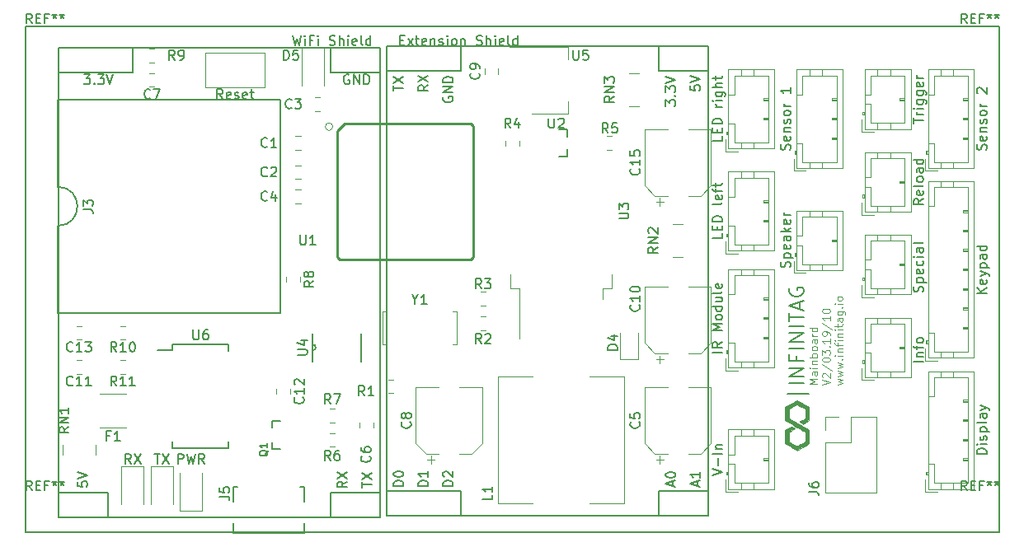
<source format=gbr>
%TF.GenerationSoftware,KiCad,Pcbnew,(5.0.2)-1*%
%TF.CreationDate,2019-03-24T20:38:46+01:00*%
%TF.ProjectId,TaggerMainboard,54616767-6572-44d6-9169-6e626f617264,rev?*%
%TF.SameCoordinates,Original*%
%TF.FileFunction,Legend,Top*%
%TF.FilePolarity,Positive*%
%FSLAX46Y46*%
G04 Gerber Fmt 4.6, Leading zero omitted, Abs format (unit mm)*
G04 Created by KiCad (PCBNEW (5.0.2)-1) date 24.03.2019 20:38:46*
%MOMM*%
%LPD*%
G01*
G04 APERTURE LIST*
%ADD10C,0.100000*%
%ADD11C,0.200000*%
%ADD12C,0.120000*%
%ADD13C,0.150000*%
%ADD14C,0.203200*%
%ADD15C,0.254000*%
%ADD16C,0.152400*%
%ADD17C,0.010000*%
G04 APERTURE END LIST*
D10*
X138311904Y-79744523D02*
X137511904Y-79744523D01*
X138083333Y-79477857D01*
X137511904Y-79211190D01*
X138311904Y-79211190D01*
X138311904Y-78487380D02*
X137892857Y-78487380D01*
X137816666Y-78525476D01*
X137778571Y-78601666D01*
X137778571Y-78754047D01*
X137816666Y-78830238D01*
X138273809Y-78487380D02*
X138311904Y-78563571D01*
X138311904Y-78754047D01*
X138273809Y-78830238D01*
X138197619Y-78868333D01*
X138121428Y-78868333D01*
X138045238Y-78830238D01*
X138007142Y-78754047D01*
X138007142Y-78563571D01*
X137969047Y-78487380D01*
X138311904Y-78106428D02*
X137778571Y-78106428D01*
X137511904Y-78106428D02*
X137550000Y-78144523D01*
X137588095Y-78106428D01*
X137550000Y-78068333D01*
X137511904Y-78106428D01*
X137588095Y-78106428D01*
X137778571Y-77725476D02*
X138311904Y-77725476D01*
X137854761Y-77725476D02*
X137816666Y-77687380D01*
X137778571Y-77611190D01*
X137778571Y-77496904D01*
X137816666Y-77420714D01*
X137892857Y-77382619D01*
X138311904Y-77382619D01*
X138311904Y-77001666D02*
X137511904Y-77001666D01*
X137816666Y-77001666D02*
X137778571Y-76925476D01*
X137778571Y-76773095D01*
X137816666Y-76696904D01*
X137854761Y-76658809D01*
X137930952Y-76620714D01*
X138159523Y-76620714D01*
X138235714Y-76658809D01*
X138273809Y-76696904D01*
X138311904Y-76773095D01*
X138311904Y-76925476D01*
X138273809Y-77001666D01*
X138311904Y-76163571D02*
X138273809Y-76239761D01*
X138235714Y-76277857D01*
X138159523Y-76315952D01*
X137930952Y-76315952D01*
X137854761Y-76277857D01*
X137816666Y-76239761D01*
X137778571Y-76163571D01*
X137778571Y-76049285D01*
X137816666Y-75973095D01*
X137854761Y-75935000D01*
X137930952Y-75896904D01*
X138159523Y-75896904D01*
X138235714Y-75935000D01*
X138273809Y-75973095D01*
X138311904Y-76049285D01*
X138311904Y-76163571D01*
X138311904Y-75211190D02*
X137892857Y-75211190D01*
X137816666Y-75249285D01*
X137778571Y-75325476D01*
X137778571Y-75477857D01*
X137816666Y-75554047D01*
X138273809Y-75211190D02*
X138311904Y-75287380D01*
X138311904Y-75477857D01*
X138273809Y-75554047D01*
X138197619Y-75592142D01*
X138121428Y-75592142D01*
X138045238Y-75554047D01*
X138007142Y-75477857D01*
X138007142Y-75287380D01*
X137969047Y-75211190D01*
X138311904Y-74830238D02*
X137778571Y-74830238D01*
X137930952Y-74830238D02*
X137854761Y-74792142D01*
X137816666Y-74754047D01*
X137778571Y-74677857D01*
X137778571Y-74601666D01*
X138311904Y-73992142D02*
X137511904Y-73992142D01*
X138273809Y-73992142D02*
X138311904Y-74068333D01*
X138311904Y-74220714D01*
X138273809Y-74296904D01*
X138235714Y-74335000D01*
X138159523Y-74373095D01*
X137930952Y-74373095D01*
X137854761Y-74335000D01*
X137816666Y-74296904D01*
X137778571Y-74220714D01*
X137778571Y-74068333D01*
X137816666Y-73992142D01*
X138811904Y-79858809D02*
X139611904Y-79592142D01*
X138811904Y-79325476D01*
X138888095Y-79096904D02*
X138850000Y-79058809D01*
X138811904Y-78982619D01*
X138811904Y-78792142D01*
X138850000Y-78715952D01*
X138888095Y-78677857D01*
X138964285Y-78639761D01*
X139040476Y-78639761D01*
X139154761Y-78677857D01*
X139611904Y-79135000D01*
X139611904Y-78639761D01*
X138773809Y-77725476D02*
X139802380Y-78411190D01*
X138811904Y-77306428D02*
X138811904Y-77230238D01*
X138850000Y-77154047D01*
X138888095Y-77115952D01*
X138964285Y-77077857D01*
X139116666Y-77039761D01*
X139307142Y-77039761D01*
X139459523Y-77077857D01*
X139535714Y-77115952D01*
X139573809Y-77154047D01*
X139611904Y-77230238D01*
X139611904Y-77306428D01*
X139573809Y-77382619D01*
X139535714Y-77420714D01*
X139459523Y-77458809D01*
X139307142Y-77496904D01*
X139116666Y-77496904D01*
X138964285Y-77458809D01*
X138888095Y-77420714D01*
X138850000Y-77382619D01*
X138811904Y-77306428D01*
X138811904Y-76773095D02*
X138811904Y-76277857D01*
X139116666Y-76544523D01*
X139116666Y-76430238D01*
X139154761Y-76354047D01*
X139192857Y-76315952D01*
X139269047Y-76277857D01*
X139459523Y-76277857D01*
X139535714Y-76315952D01*
X139573809Y-76354047D01*
X139611904Y-76430238D01*
X139611904Y-76658809D01*
X139573809Y-76735000D01*
X139535714Y-76773095D01*
X139535714Y-75935000D02*
X139573809Y-75896904D01*
X139611904Y-75935000D01*
X139573809Y-75973095D01*
X139535714Y-75935000D01*
X139611904Y-75935000D01*
X139611904Y-75135000D02*
X139611904Y-75592142D01*
X139611904Y-75363571D02*
X138811904Y-75363571D01*
X138926190Y-75439761D01*
X139002380Y-75515952D01*
X139040476Y-75592142D01*
X139611904Y-74754047D02*
X139611904Y-74601666D01*
X139573809Y-74525476D01*
X139535714Y-74487380D01*
X139421428Y-74411190D01*
X139269047Y-74373095D01*
X138964285Y-74373095D01*
X138888095Y-74411190D01*
X138850000Y-74449285D01*
X138811904Y-74525476D01*
X138811904Y-74677857D01*
X138850000Y-74754047D01*
X138888095Y-74792142D01*
X138964285Y-74830238D01*
X139154761Y-74830238D01*
X139230952Y-74792142D01*
X139269047Y-74754047D01*
X139307142Y-74677857D01*
X139307142Y-74525476D01*
X139269047Y-74449285D01*
X139230952Y-74411190D01*
X139154761Y-74373095D01*
X138773809Y-73458809D02*
X139802380Y-74144523D01*
X139611904Y-72773095D02*
X139611904Y-73230238D01*
X139611904Y-73001666D02*
X138811904Y-73001666D01*
X138926190Y-73077857D01*
X139002380Y-73154047D01*
X139040476Y-73230238D01*
X138811904Y-72277857D02*
X138811904Y-72201666D01*
X138850000Y-72125476D01*
X138888095Y-72087380D01*
X138964285Y-72049285D01*
X139116666Y-72011190D01*
X139307142Y-72011190D01*
X139459523Y-72049285D01*
X139535714Y-72087380D01*
X139573809Y-72125476D01*
X139611904Y-72201666D01*
X139611904Y-72277857D01*
X139573809Y-72354047D01*
X139535714Y-72392142D01*
X139459523Y-72430238D01*
X139307142Y-72468333D01*
X139116666Y-72468333D01*
X138964285Y-72430238D01*
X138888095Y-72392142D01*
X138850000Y-72354047D01*
X138811904Y-72277857D01*
X140378571Y-79820714D02*
X140911904Y-79668333D01*
X140530952Y-79515952D01*
X140911904Y-79363571D01*
X140378571Y-79211190D01*
X140378571Y-78982619D02*
X140911904Y-78830238D01*
X140530952Y-78677857D01*
X140911904Y-78525476D01*
X140378571Y-78373095D01*
X140378571Y-78144523D02*
X140911904Y-77992142D01*
X140530952Y-77839761D01*
X140911904Y-77687380D01*
X140378571Y-77535000D01*
X140835714Y-77230238D02*
X140873809Y-77192142D01*
X140911904Y-77230238D01*
X140873809Y-77268333D01*
X140835714Y-77230238D01*
X140911904Y-77230238D01*
X140911904Y-76849285D02*
X140378571Y-76849285D01*
X140111904Y-76849285D02*
X140150000Y-76887380D01*
X140188095Y-76849285D01*
X140150000Y-76811190D01*
X140111904Y-76849285D01*
X140188095Y-76849285D01*
X140378571Y-76468333D02*
X140911904Y-76468333D01*
X140454761Y-76468333D02*
X140416666Y-76430238D01*
X140378571Y-76354047D01*
X140378571Y-76239761D01*
X140416666Y-76163571D01*
X140492857Y-76125476D01*
X140911904Y-76125476D01*
X140378571Y-75858809D02*
X140378571Y-75554047D01*
X140911904Y-75744523D02*
X140226190Y-75744523D01*
X140150000Y-75706428D01*
X140111904Y-75630238D01*
X140111904Y-75554047D01*
X140911904Y-75287380D02*
X140378571Y-75287380D01*
X140111904Y-75287380D02*
X140150000Y-75325476D01*
X140188095Y-75287380D01*
X140150000Y-75249285D01*
X140111904Y-75287380D01*
X140188095Y-75287380D01*
X140378571Y-74906428D02*
X140911904Y-74906428D01*
X140454761Y-74906428D02*
X140416666Y-74868333D01*
X140378571Y-74792142D01*
X140378571Y-74677857D01*
X140416666Y-74601666D01*
X140492857Y-74563571D01*
X140911904Y-74563571D01*
X140911904Y-74182619D02*
X140378571Y-74182619D01*
X140111904Y-74182619D02*
X140150000Y-74220714D01*
X140188095Y-74182619D01*
X140150000Y-74144523D01*
X140111904Y-74182619D01*
X140188095Y-74182619D01*
X140378571Y-73915952D02*
X140378571Y-73611190D01*
X140111904Y-73801666D02*
X140797619Y-73801666D01*
X140873809Y-73763571D01*
X140911904Y-73687380D01*
X140911904Y-73611190D01*
X140911904Y-73001666D02*
X140492857Y-73001666D01*
X140416666Y-73039761D01*
X140378571Y-73115952D01*
X140378571Y-73268333D01*
X140416666Y-73344523D01*
X140873809Y-73001666D02*
X140911904Y-73077857D01*
X140911904Y-73268333D01*
X140873809Y-73344523D01*
X140797619Y-73382619D01*
X140721428Y-73382619D01*
X140645238Y-73344523D01*
X140607142Y-73268333D01*
X140607142Y-73077857D01*
X140569047Y-73001666D01*
X140378571Y-72277857D02*
X141026190Y-72277857D01*
X141102380Y-72315952D01*
X141140476Y-72354047D01*
X141178571Y-72430238D01*
X141178571Y-72544523D01*
X141140476Y-72620714D01*
X140873809Y-72277857D02*
X140911904Y-72354047D01*
X140911904Y-72506428D01*
X140873809Y-72582619D01*
X140835714Y-72620714D01*
X140759523Y-72658809D01*
X140530952Y-72658809D01*
X140454761Y-72620714D01*
X140416666Y-72582619D01*
X140378571Y-72506428D01*
X140378571Y-72354047D01*
X140416666Y-72277857D01*
X140835714Y-71896904D02*
X140873809Y-71858809D01*
X140911904Y-71896904D01*
X140873809Y-71935000D01*
X140835714Y-71896904D01*
X140911904Y-71896904D01*
X140911904Y-71515952D02*
X140378571Y-71515952D01*
X140111904Y-71515952D02*
X140150000Y-71554047D01*
X140188095Y-71515952D01*
X140150000Y-71477857D01*
X140111904Y-71515952D01*
X140188095Y-71515952D01*
X140911904Y-71020714D02*
X140873809Y-71096904D01*
X140835714Y-71135000D01*
X140759523Y-71173095D01*
X140530952Y-71173095D01*
X140454761Y-71135000D01*
X140416666Y-71096904D01*
X140378571Y-71020714D01*
X140378571Y-70906428D01*
X140416666Y-70830238D01*
X140454761Y-70792142D01*
X140530952Y-70754047D01*
X140759523Y-70754047D01*
X140835714Y-70792142D01*
X140873809Y-70830238D01*
X140911904Y-70906428D01*
X140911904Y-71020714D01*
D11*
X137428571Y-80750000D02*
X135285714Y-80750000D01*
X136928571Y-79678571D02*
X135428571Y-79678571D01*
X136928571Y-78964285D02*
X135428571Y-78964285D01*
X136928571Y-78107142D01*
X135428571Y-78107142D01*
X136142857Y-76892857D02*
X136142857Y-77392857D01*
X136928571Y-77392857D02*
X135428571Y-77392857D01*
X135428571Y-76678571D01*
X136928571Y-76107142D02*
X135428571Y-76107142D01*
X136928571Y-75392857D02*
X135428571Y-75392857D01*
X136928571Y-74535714D01*
X135428571Y-74535714D01*
X136928571Y-73821428D02*
X135428571Y-73821428D01*
X135428571Y-73321428D02*
X135428571Y-72464285D01*
X136928571Y-72892857D02*
X135428571Y-72892857D01*
X136500000Y-72035714D02*
X136500000Y-71321428D01*
X136928571Y-72178571D02*
X135428571Y-71678571D01*
X136928571Y-71178571D01*
X135500000Y-69892857D02*
X135428571Y-70035714D01*
X135428571Y-70250000D01*
X135500000Y-70464285D01*
X135642857Y-70607142D01*
X135785714Y-70678571D01*
X136071428Y-70750000D01*
X136285714Y-70750000D01*
X136571428Y-70678571D01*
X136714285Y-70607142D01*
X136857142Y-70464285D01*
X136928571Y-70250000D01*
X136928571Y-70107142D01*
X136857142Y-69892857D01*
X136785714Y-69821428D01*
X136285714Y-69821428D01*
X136285714Y-70107142D01*
X57000000Y-95000000D02*
X57000000Y-43000000D01*
X157000000Y-95000000D02*
X57000000Y-95000000D01*
X157000000Y-43000000D02*
X157000000Y-95000000D01*
X57000000Y-43000000D02*
X157000000Y-43000000D01*
D12*
X85365000Y-45215000D02*
X85365000Y-49100000D01*
X87635000Y-45215000D02*
X85365000Y-45215000D01*
X87635000Y-49100000D02*
X87635000Y-45215000D01*
D13*
X68000000Y-47710000D02*
X68000000Y-45170000D01*
X65460000Y-47710000D02*
X68000000Y-47710000D01*
X93400000Y-47710000D02*
X93400000Y-90890000D01*
X65460000Y-45170000D02*
X88320000Y-45170000D01*
X60380000Y-90890000D02*
X60380000Y-47710000D01*
X65460000Y-93430000D02*
X88320000Y-93430000D01*
X93400000Y-47710000D02*
X88320000Y-47710000D01*
X93400000Y-45170000D02*
X93400000Y-47710000D01*
X88320000Y-45170000D02*
X93400000Y-45170000D01*
X88320000Y-47710000D02*
X88320000Y-45170000D01*
X93400000Y-93430000D02*
X88320000Y-93430000D01*
X93400000Y-90890000D02*
X93400000Y-93430000D01*
X88320000Y-90890000D02*
X93400000Y-90890000D01*
X88320000Y-93430000D02*
X88320000Y-90890000D01*
X65460000Y-47710000D02*
X60380000Y-47710000D01*
X60380000Y-45170000D02*
X65460000Y-45170000D01*
X60380000Y-47710000D02*
X60380000Y-45170000D01*
X65460000Y-93430000D02*
X60380000Y-93430000D01*
X65460000Y-90890000D02*
X65460000Y-93430000D01*
X60380000Y-90890000D02*
X65460000Y-90890000D01*
X60380000Y-93430000D02*
X60380000Y-90890000D01*
D12*
X84741422Y-55710000D02*
X85258578Y-55710000D01*
X84741422Y-54290000D02*
X85258578Y-54290000D01*
X84741422Y-57290000D02*
X85258578Y-57290000D01*
X84741422Y-58710000D02*
X85258578Y-58710000D01*
X87258578Y-51710000D02*
X86741422Y-51710000D01*
X87258578Y-50290000D02*
X86741422Y-50290000D01*
X84741422Y-61210000D02*
X85258578Y-61210000D01*
X84741422Y-59790000D02*
X85258578Y-59790000D01*
X127410000Y-80090000D02*
X125060000Y-80090000D01*
X120590000Y-80090000D02*
X122940000Y-80090000D01*
X120590000Y-85845563D02*
X120590000Y-80090000D01*
X127410000Y-85845563D02*
X127410000Y-80090000D01*
X126345563Y-86910000D02*
X125060000Y-86910000D01*
X121654437Y-86910000D02*
X122940000Y-86910000D01*
X121654437Y-86910000D02*
X120590000Y-85845563D01*
X126345563Y-86910000D02*
X127410000Y-85845563D01*
X122152500Y-87937500D02*
X122152500Y-87150000D01*
X121758750Y-87543750D02*
X122546250Y-87543750D01*
X92710000Y-84258578D02*
X92710000Y-83741422D01*
X91290000Y-84258578D02*
X91290000Y-83741422D01*
X69741422Y-49210000D02*
X70258578Y-49210000D01*
X69741422Y-47790000D02*
X70258578Y-47790000D01*
X98258750Y-87543750D02*
X99046250Y-87543750D01*
X98652500Y-87937500D02*
X98652500Y-87150000D01*
X102845563Y-86910000D02*
X103910000Y-85845563D01*
X98154437Y-86910000D02*
X97090000Y-85845563D01*
X98154437Y-86910000D02*
X99440000Y-86910000D01*
X102845563Y-86910000D02*
X101560000Y-86910000D01*
X103910000Y-85845563D02*
X103910000Y-80090000D01*
X97090000Y-85845563D02*
X97090000Y-80090000D01*
X97090000Y-80090000D02*
X99440000Y-80090000D01*
X103910000Y-80090000D02*
X101560000Y-80090000D01*
X104144290Y-47882312D02*
X104144290Y-47365156D01*
X105564290Y-47882312D02*
X105564290Y-47365156D01*
X127410000Y-69790000D02*
X125060000Y-69790000D01*
X120590000Y-69790000D02*
X122940000Y-69790000D01*
X120590000Y-75545563D02*
X120590000Y-69790000D01*
X127410000Y-75545563D02*
X127410000Y-69790000D01*
X126345563Y-76610000D02*
X125060000Y-76610000D01*
X121654437Y-76610000D02*
X122940000Y-76610000D01*
X121654437Y-76610000D02*
X120590000Y-75545563D01*
X126345563Y-76610000D02*
X127410000Y-75545563D01*
X122152500Y-77637500D02*
X122152500Y-76850000D01*
X121758750Y-77243750D02*
X122546250Y-77243750D01*
X62241422Y-77290000D02*
X62758578Y-77290000D01*
X62241422Y-78710000D02*
X62758578Y-78710000D01*
X84210000Y-80241422D02*
X84210000Y-80758578D01*
X82790000Y-80241422D02*
X82790000Y-80758578D01*
X62241422Y-75210000D02*
X62758578Y-75210000D01*
X62241422Y-73790000D02*
X62758578Y-73790000D01*
X72865000Y-88900000D02*
X72865000Y-92785000D01*
X72865000Y-92785000D02*
X75135000Y-92785000D01*
X75135000Y-92785000D02*
X75135000Y-88900000D01*
X119960000Y-77185000D02*
X119960000Y-74500000D01*
X118040000Y-77185000D02*
X119960000Y-77185000D01*
X118040000Y-74500000D02*
X118040000Y-77185000D01*
X67386252Y-84210000D02*
X64613748Y-84210000D01*
X67386252Y-80790000D02*
X64613748Y-80790000D01*
X129190000Y-90560000D02*
X133910000Y-90560000D01*
X133910000Y-90560000D02*
X133910000Y-84440000D01*
X133910000Y-84440000D02*
X129190000Y-84440000D01*
X129190000Y-84440000D02*
X129190000Y-90560000D01*
X129190000Y-88800000D02*
X128990000Y-88800000D01*
X128990000Y-88800000D02*
X128990000Y-89100000D01*
X128990000Y-89100000D02*
X129190000Y-89100000D01*
X129090000Y-88800000D02*
X129090000Y-89100000D01*
X129190000Y-88000000D02*
X129800000Y-88000000D01*
X129800000Y-88000000D02*
X129800000Y-89950000D01*
X129800000Y-89950000D02*
X133300000Y-89950000D01*
X133300000Y-89950000D02*
X133300000Y-85050000D01*
X133300000Y-85050000D02*
X129800000Y-85050000D01*
X129800000Y-85050000D02*
X129800000Y-87000000D01*
X129800000Y-87000000D02*
X129190000Y-87000000D01*
X130500000Y-90560000D02*
X130500000Y-89950000D01*
X131800000Y-90560000D02*
X131800000Y-89950000D01*
X130500000Y-84440000D02*
X130500000Y-85050000D01*
X131800000Y-84440000D02*
X131800000Y-85050000D01*
X133300000Y-87600000D02*
X132800000Y-87600000D01*
X132800000Y-87600000D02*
X132800000Y-87400000D01*
X132800000Y-87400000D02*
X133300000Y-87400000D01*
X133300000Y-87500000D02*
X132800000Y-87500000D01*
X128890000Y-89610000D02*
X128890000Y-90860000D01*
X128890000Y-90860000D02*
X130140000Y-90860000D01*
X135890000Y-68360000D02*
X137140000Y-68360000D01*
X135890000Y-67110000D02*
X135890000Y-68360000D01*
X140300000Y-65000000D02*
X139800000Y-65000000D01*
X139800000Y-64900000D02*
X140300000Y-64900000D01*
X139800000Y-65100000D02*
X139800000Y-64900000D01*
X140300000Y-65100000D02*
X139800000Y-65100000D01*
X138800000Y-61940000D02*
X138800000Y-62550000D01*
X137500000Y-61940000D02*
X137500000Y-62550000D01*
X138800000Y-68060000D02*
X138800000Y-67450000D01*
X137500000Y-68060000D02*
X137500000Y-67450000D01*
X136800000Y-64500000D02*
X136190000Y-64500000D01*
X136800000Y-62550000D02*
X136800000Y-64500000D01*
X140300000Y-62550000D02*
X136800000Y-62550000D01*
X140300000Y-67450000D02*
X140300000Y-62550000D01*
X136800000Y-67450000D02*
X140300000Y-67450000D01*
X136800000Y-65500000D02*
X136800000Y-67450000D01*
X136190000Y-65500000D02*
X136800000Y-65500000D01*
X136090000Y-66300000D02*
X136090000Y-66600000D01*
X135990000Y-66600000D02*
X136190000Y-66600000D01*
X135990000Y-66300000D02*
X135990000Y-66600000D01*
X136190000Y-66300000D02*
X135990000Y-66300000D01*
X136190000Y-61940000D02*
X136190000Y-68060000D01*
X140910000Y-61940000D02*
X136190000Y-61940000D01*
X140910000Y-68060000D02*
X140910000Y-61940000D01*
X136190000Y-68060000D02*
X140910000Y-68060000D01*
D13*
X62880000Y-72500000D02*
X83200000Y-72500000D01*
X62880000Y-50500000D02*
X80660000Y-50500000D01*
X83200000Y-72500000D02*
X83200000Y-50500000D01*
X83200000Y-50500000D02*
X80660000Y-50500000D01*
X62880000Y-72500000D02*
X60340000Y-72500000D01*
X60340000Y-50500000D02*
X62880000Y-50500000D01*
X60340000Y-72500000D02*
X60340000Y-63500000D01*
X60340000Y-50500000D02*
X60340000Y-59500000D01*
X60340000Y-59500000D02*
G75*
G02X60340000Y-63500000I0J-2000000D01*
G01*
X84425000Y-95100000D02*
X79675000Y-95100000D01*
X79575000Y-95100000D02*
X84325000Y-95100000D01*
X84425000Y-95100000D02*
X85625000Y-95100000D01*
X85625000Y-95100000D02*
X85625000Y-94100000D01*
X79575000Y-95100000D02*
X78375000Y-95100000D01*
X78375000Y-95100000D02*
X78375000Y-94100000D01*
X85225000Y-90350000D02*
X85625000Y-90350000D01*
X85625000Y-90350000D02*
X85625000Y-91850000D01*
X78775000Y-90350000D02*
X78375000Y-90350000D01*
X78375000Y-90350000D02*
X78375000Y-91850000D01*
D12*
X129190000Y-55560000D02*
X133910000Y-55560000D01*
X133910000Y-55560000D02*
X133910000Y-47440000D01*
X133910000Y-47440000D02*
X129190000Y-47440000D01*
X129190000Y-47440000D02*
X129190000Y-55560000D01*
X129190000Y-53800000D02*
X128990000Y-53800000D01*
X128990000Y-53800000D02*
X128990000Y-54100000D01*
X128990000Y-54100000D02*
X129190000Y-54100000D01*
X129090000Y-53800000D02*
X129090000Y-54100000D01*
X129190000Y-53000000D02*
X129800000Y-53000000D01*
X129800000Y-53000000D02*
X129800000Y-54950000D01*
X129800000Y-54950000D02*
X133300000Y-54950000D01*
X133300000Y-54950000D02*
X133300000Y-48050000D01*
X133300000Y-48050000D02*
X129800000Y-48050000D01*
X129800000Y-48050000D02*
X129800000Y-50000000D01*
X129800000Y-50000000D02*
X129190000Y-50000000D01*
X130500000Y-55560000D02*
X130500000Y-54950000D01*
X131800000Y-55560000D02*
X131800000Y-54950000D01*
X130500000Y-47440000D02*
X130500000Y-48050000D01*
X131800000Y-47440000D02*
X131800000Y-48050000D01*
X133300000Y-52600000D02*
X132800000Y-52600000D01*
X132800000Y-52600000D02*
X132800000Y-52400000D01*
X132800000Y-52400000D02*
X133300000Y-52400000D01*
X133300000Y-52500000D02*
X132800000Y-52500000D01*
X133300000Y-50600000D02*
X132800000Y-50600000D01*
X132800000Y-50600000D02*
X132800000Y-50400000D01*
X132800000Y-50400000D02*
X133300000Y-50400000D01*
X133300000Y-50500000D02*
X132800000Y-50500000D01*
X128890000Y-54610000D02*
X128890000Y-55860000D01*
X128890000Y-55860000D02*
X130140000Y-55860000D01*
X149690000Y-57560000D02*
X154410000Y-57560000D01*
X154410000Y-57560000D02*
X154410000Y-47440000D01*
X154410000Y-47440000D02*
X149690000Y-47440000D01*
X149690000Y-47440000D02*
X149690000Y-57560000D01*
X149690000Y-55800000D02*
X149490000Y-55800000D01*
X149490000Y-55800000D02*
X149490000Y-56100000D01*
X149490000Y-56100000D02*
X149690000Y-56100000D01*
X149590000Y-55800000D02*
X149590000Y-56100000D01*
X149690000Y-55000000D02*
X150300000Y-55000000D01*
X150300000Y-55000000D02*
X150300000Y-56950000D01*
X150300000Y-56950000D02*
X153800000Y-56950000D01*
X153800000Y-56950000D02*
X153800000Y-48050000D01*
X153800000Y-48050000D02*
X150300000Y-48050000D01*
X150300000Y-48050000D02*
X150300000Y-50000000D01*
X150300000Y-50000000D02*
X149690000Y-50000000D01*
X151000000Y-57560000D02*
X151000000Y-56950000D01*
X152300000Y-57560000D02*
X152300000Y-56950000D01*
X151000000Y-47440000D02*
X151000000Y-48050000D01*
X152300000Y-47440000D02*
X152300000Y-48050000D01*
X153800000Y-54600000D02*
X153300000Y-54600000D01*
X153300000Y-54600000D02*
X153300000Y-54400000D01*
X153300000Y-54400000D02*
X153800000Y-54400000D01*
X153800000Y-54500000D02*
X153300000Y-54500000D01*
X153800000Y-52600000D02*
X153300000Y-52600000D01*
X153300000Y-52600000D02*
X153300000Y-52400000D01*
X153300000Y-52400000D02*
X153800000Y-52400000D01*
X153800000Y-52500000D02*
X153300000Y-52500000D01*
X153800000Y-50600000D02*
X153300000Y-50600000D01*
X153300000Y-50600000D02*
X153300000Y-50400000D01*
X153300000Y-50400000D02*
X153800000Y-50400000D01*
X153800000Y-50500000D02*
X153300000Y-50500000D01*
X149390000Y-56610000D02*
X149390000Y-57860000D01*
X149390000Y-57860000D02*
X150640000Y-57860000D01*
X149690000Y-90560000D02*
X154410000Y-90560000D01*
X154410000Y-90560000D02*
X154410000Y-78440000D01*
X154410000Y-78440000D02*
X149690000Y-78440000D01*
X149690000Y-78440000D02*
X149690000Y-90560000D01*
X149690000Y-88800000D02*
X149490000Y-88800000D01*
X149490000Y-88800000D02*
X149490000Y-89100000D01*
X149490000Y-89100000D02*
X149690000Y-89100000D01*
X149590000Y-88800000D02*
X149590000Y-89100000D01*
X149690000Y-88000000D02*
X150300000Y-88000000D01*
X150300000Y-88000000D02*
X150300000Y-89950000D01*
X150300000Y-89950000D02*
X153800000Y-89950000D01*
X153800000Y-89950000D02*
X153800000Y-79050000D01*
X153800000Y-79050000D02*
X150300000Y-79050000D01*
X150300000Y-79050000D02*
X150300000Y-81000000D01*
X150300000Y-81000000D02*
X149690000Y-81000000D01*
X151000000Y-90560000D02*
X151000000Y-89950000D01*
X152300000Y-90560000D02*
X152300000Y-89950000D01*
X151000000Y-78440000D02*
X151000000Y-79050000D01*
X152300000Y-78440000D02*
X152300000Y-79050000D01*
X153800000Y-87600000D02*
X153300000Y-87600000D01*
X153300000Y-87600000D02*
X153300000Y-87400000D01*
X153300000Y-87400000D02*
X153800000Y-87400000D01*
X153800000Y-87500000D02*
X153300000Y-87500000D01*
X153800000Y-85600000D02*
X153300000Y-85600000D01*
X153300000Y-85600000D02*
X153300000Y-85400000D01*
X153300000Y-85400000D02*
X153800000Y-85400000D01*
X153800000Y-85500000D02*
X153300000Y-85500000D01*
X153800000Y-83600000D02*
X153300000Y-83600000D01*
X153300000Y-83600000D02*
X153300000Y-83400000D01*
X153300000Y-83400000D02*
X153800000Y-83400000D01*
X153800000Y-83500000D02*
X153300000Y-83500000D01*
X153800000Y-81600000D02*
X153300000Y-81600000D01*
X153300000Y-81600000D02*
X153300000Y-81400000D01*
X153300000Y-81400000D02*
X153800000Y-81400000D01*
X153800000Y-81500000D02*
X153300000Y-81500000D01*
X149390000Y-89610000D02*
X149390000Y-90860000D01*
X149390000Y-90860000D02*
X150640000Y-90860000D01*
X143190000Y-53560000D02*
X147910000Y-53560000D01*
X147910000Y-53560000D02*
X147910000Y-47440000D01*
X147910000Y-47440000D02*
X143190000Y-47440000D01*
X143190000Y-47440000D02*
X143190000Y-53560000D01*
X143190000Y-51800000D02*
X142990000Y-51800000D01*
X142990000Y-51800000D02*
X142990000Y-52100000D01*
X142990000Y-52100000D02*
X143190000Y-52100000D01*
X143090000Y-51800000D02*
X143090000Y-52100000D01*
X143190000Y-51000000D02*
X143800000Y-51000000D01*
X143800000Y-51000000D02*
X143800000Y-52950000D01*
X143800000Y-52950000D02*
X147300000Y-52950000D01*
X147300000Y-52950000D02*
X147300000Y-48050000D01*
X147300000Y-48050000D02*
X143800000Y-48050000D01*
X143800000Y-48050000D02*
X143800000Y-50000000D01*
X143800000Y-50000000D02*
X143190000Y-50000000D01*
X144500000Y-53560000D02*
X144500000Y-52950000D01*
X145800000Y-53560000D02*
X145800000Y-52950000D01*
X144500000Y-47440000D02*
X144500000Y-48050000D01*
X145800000Y-47440000D02*
X145800000Y-48050000D01*
X147300000Y-50600000D02*
X146800000Y-50600000D01*
X146800000Y-50600000D02*
X146800000Y-50400000D01*
X146800000Y-50400000D02*
X147300000Y-50400000D01*
X147300000Y-50500000D02*
X146800000Y-50500000D01*
X142890000Y-52610000D02*
X142890000Y-53860000D01*
X142890000Y-53860000D02*
X144140000Y-53860000D01*
X142890000Y-79360000D02*
X144140000Y-79360000D01*
X142890000Y-78110000D02*
X142890000Y-79360000D01*
X147300000Y-76000000D02*
X146800000Y-76000000D01*
X146800000Y-75900000D02*
X147300000Y-75900000D01*
X146800000Y-76100000D02*
X146800000Y-75900000D01*
X147300000Y-76100000D02*
X146800000Y-76100000D01*
X145800000Y-72940000D02*
X145800000Y-73550000D01*
X144500000Y-72940000D02*
X144500000Y-73550000D01*
X145800000Y-79060000D02*
X145800000Y-78450000D01*
X144500000Y-79060000D02*
X144500000Y-78450000D01*
X143800000Y-75500000D02*
X143190000Y-75500000D01*
X143800000Y-73550000D02*
X143800000Y-75500000D01*
X147300000Y-73550000D02*
X143800000Y-73550000D01*
X147300000Y-78450000D02*
X147300000Y-73550000D01*
X143800000Y-78450000D02*
X147300000Y-78450000D01*
X143800000Y-76500000D02*
X143800000Y-78450000D01*
X143190000Y-76500000D02*
X143800000Y-76500000D01*
X143090000Y-77300000D02*
X143090000Y-77600000D01*
X142990000Y-77600000D02*
X143190000Y-77600000D01*
X142990000Y-77300000D02*
X142990000Y-77600000D01*
X143190000Y-77300000D02*
X142990000Y-77300000D01*
X143190000Y-72940000D02*
X143190000Y-79060000D01*
X147910000Y-72940000D02*
X143190000Y-72940000D01*
X147910000Y-79060000D02*
X147910000Y-72940000D01*
X143190000Y-79060000D02*
X147910000Y-79060000D01*
X129190000Y-78060000D02*
X133910000Y-78060000D01*
X133910000Y-78060000D02*
X133910000Y-67940000D01*
X133910000Y-67940000D02*
X129190000Y-67940000D01*
X129190000Y-67940000D02*
X129190000Y-78060000D01*
X129190000Y-76300000D02*
X128990000Y-76300000D01*
X128990000Y-76300000D02*
X128990000Y-76600000D01*
X128990000Y-76600000D02*
X129190000Y-76600000D01*
X129090000Y-76300000D02*
X129090000Y-76600000D01*
X129190000Y-75500000D02*
X129800000Y-75500000D01*
X129800000Y-75500000D02*
X129800000Y-77450000D01*
X129800000Y-77450000D02*
X133300000Y-77450000D01*
X133300000Y-77450000D02*
X133300000Y-68550000D01*
X133300000Y-68550000D02*
X129800000Y-68550000D01*
X129800000Y-68550000D02*
X129800000Y-70500000D01*
X129800000Y-70500000D02*
X129190000Y-70500000D01*
X130500000Y-78060000D02*
X130500000Y-77450000D01*
X131800000Y-78060000D02*
X131800000Y-77450000D01*
X130500000Y-67940000D02*
X130500000Y-68550000D01*
X131800000Y-67940000D02*
X131800000Y-68550000D01*
X133300000Y-75100000D02*
X132800000Y-75100000D01*
X132800000Y-75100000D02*
X132800000Y-74900000D01*
X132800000Y-74900000D02*
X133300000Y-74900000D01*
X133300000Y-75000000D02*
X132800000Y-75000000D01*
X133300000Y-73100000D02*
X132800000Y-73100000D01*
X132800000Y-73100000D02*
X132800000Y-72900000D01*
X132800000Y-72900000D02*
X133300000Y-72900000D01*
X133300000Y-73000000D02*
X132800000Y-73000000D01*
X133300000Y-71100000D02*
X132800000Y-71100000D01*
X132800000Y-71100000D02*
X132800000Y-70900000D01*
X132800000Y-70900000D02*
X133300000Y-70900000D01*
X133300000Y-71000000D02*
X132800000Y-71000000D01*
X128890000Y-77110000D02*
X128890000Y-78360000D01*
X128890000Y-78360000D02*
X130140000Y-78360000D01*
X142890000Y-62360000D02*
X144140000Y-62360000D01*
X142890000Y-61110000D02*
X142890000Y-62360000D01*
X147300000Y-59000000D02*
X146800000Y-59000000D01*
X146800000Y-58900000D02*
X147300000Y-58900000D01*
X146800000Y-59100000D02*
X146800000Y-58900000D01*
X147300000Y-59100000D02*
X146800000Y-59100000D01*
X145800000Y-55940000D02*
X145800000Y-56550000D01*
X144500000Y-55940000D02*
X144500000Y-56550000D01*
X145800000Y-62060000D02*
X145800000Y-61450000D01*
X144500000Y-62060000D02*
X144500000Y-61450000D01*
X143800000Y-58500000D02*
X143190000Y-58500000D01*
X143800000Y-56550000D02*
X143800000Y-58500000D01*
X147300000Y-56550000D02*
X143800000Y-56550000D01*
X147300000Y-61450000D02*
X147300000Y-56550000D01*
X143800000Y-61450000D02*
X147300000Y-61450000D01*
X143800000Y-59500000D02*
X143800000Y-61450000D01*
X143190000Y-59500000D02*
X143800000Y-59500000D01*
X143090000Y-60300000D02*
X143090000Y-60600000D01*
X142990000Y-60600000D02*
X143190000Y-60600000D01*
X142990000Y-60300000D02*
X142990000Y-60600000D01*
X143190000Y-60300000D02*
X142990000Y-60300000D01*
X143190000Y-55940000D02*
X143190000Y-62060000D01*
X147910000Y-55940000D02*
X143190000Y-55940000D01*
X147910000Y-62060000D02*
X147910000Y-55940000D01*
X143190000Y-62060000D02*
X147910000Y-62060000D01*
X143190000Y-70560000D02*
X147910000Y-70560000D01*
X147910000Y-70560000D02*
X147910000Y-64440000D01*
X147910000Y-64440000D02*
X143190000Y-64440000D01*
X143190000Y-64440000D02*
X143190000Y-70560000D01*
X143190000Y-68800000D02*
X142990000Y-68800000D01*
X142990000Y-68800000D02*
X142990000Y-69100000D01*
X142990000Y-69100000D02*
X143190000Y-69100000D01*
X143090000Y-68800000D02*
X143090000Y-69100000D01*
X143190000Y-68000000D02*
X143800000Y-68000000D01*
X143800000Y-68000000D02*
X143800000Y-69950000D01*
X143800000Y-69950000D02*
X147300000Y-69950000D01*
X147300000Y-69950000D02*
X147300000Y-65050000D01*
X147300000Y-65050000D02*
X143800000Y-65050000D01*
X143800000Y-65050000D02*
X143800000Y-67000000D01*
X143800000Y-67000000D02*
X143190000Y-67000000D01*
X144500000Y-70560000D02*
X144500000Y-69950000D01*
X145800000Y-70560000D02*
X145800000Y-69950000D01*
X144500000Y-64440000D02*
X144500000Y-65050000D01*
X145800000Y-64440000D02*
X145800000Y-65050000D01*
X147300000Y-67600000D02*
X146800000Y-67600000D01*
X146800000Y-67600000D02*
X146800000Y-67400000D01*
X146800000Y-67400000D02*
X147300000Y-67400000D01*
X147300000Y-67500000D02*
X146800000Y-67500000D01*
X142890000Y-69610000D02*
X142890000Y-70860000D01*
X142890000Y-70860000D02*
X144140000Y-70860000D01*
X128890000Y-66360000D02*
X130140000Y-66360000D01*
X128890000Y-65110000D02*
X128890000Y-66360000D01*
X133300000Y-61000000D02*
X132800000Y-61000000D01*
X132800000Y-60900000D02*
X133300000Y-60900000D01*
X132800000Y-61100000D02*
X132800000Y-60900000D01*
X133300000Y-61100000D02*
X132800000Y-61100000D01*
X133300000Y-63000000D02*
X132800000Y-63000000D01*
X132800000Y-62900000D02*
X133300000Y-62900000D01*
X132800000Y-63100000D02*
X132800000Y-62900000D01*
X133300000Y-63100000D02*
X132800000Y-63100000D01*
X131800000Y-57940000D02*
X131800000Y-58550000D01*
X130500000Y-57940000D02*
X130500000Y-58550000D01*
X131800000Y-66060000D02*
X131800000Y-65450000D01*
X130500000Y-66060000D02*
X130500000Y-65450000D01*
X129800000Y-60500000D02*
X129190000Y-60500000D01*
X129800000Y-58550000D02*
X129800000Y-60500000D01*
X133300000Y-58550000D02*
X129800000Y-58550000D01*
X133300000Y-65450000D02*
X133300000Y-58550000D01*
X129800000Y-65450000D02*
X133300000Y-65450000D01*
X129800000Y-63500000D02*
X129800000Y-65450000D01*
X129190000Y-63500000D02*
X129800000Y-63500000D01*
X129090000Y-64300000D02*
X129090000Y-64600000D01*
X128990000Y-64600000D02*
X129190000Y-64600000D01*
X128990000Y-64300000D02*
X128990000Y-64600000D01*
X129190000Y-64300000D02*
X128990000Y-64300000D01*
X129190000Y-57940000D02*
X129190000Y-66060000D01*
X133910000Y-57940000D02*
X129190000Y-57940000D01*
X133910000Y-66060000D02*
X133910000Y-57940000D01*
X129190000Y-66060000D02*
X133910000Y-66060000D01*
X135890000Y-57860000D02*
X137140000Y-57860000D01*
X135890000Y-56610000D02*
X135890000Y-57860000D01*
X140300000Y-50500000D02*
X139800000Y-50500000D01*
X139800000Y-50400000D02*
X140300000Y-50400000D01*
X139800000Y-50600000D02*
X139800000Y-50400000D01*
X140300000Y-50600000D02*
X139800000Y-50600000D01*
X140300000Y-52500000D02*
X139800000Y-52500000D01*
X139800000Y-52400000D02*
X140300000Y-52400000D01*
X139800000Y-52600000D02*
X139800000Y-52400000D01*
X140300000Y-52600000D02*
X139800000Y-52600000D01*
X140300000Y-54500000D02*
X139800000Y-54500000D01*
X139800000Y-54400000D02*
X140300000Y-54400000D01*
X139800000Y-54600000D02*
X139800000Y-54400000D01*
X140300000Y-54600000D02*
X139800000Y-54600000D01*
X138800000Y-47440000D02*
X138800000Y-48050000D01*
X137500000Y-47440000D02*
X137500000Y-48050000D01*
X138800000Y-57560000D02*
X138800000Y-56950000D01*
X137500000Y-57560000D02*
X137500000Y-56950000D01*
X136800000Y-50000000D02*
X136190000Y-50000000D01*
X136800000Y-48050000D02*
X136800000Y-50000000D01*
X140300000Y-48050000D02*
X136800000Y-48050000D01*
X140300000Y-56950000D02*
X140300000Y-48050000D01*
X136800000Y-56950000D02*
X140300000Y-56950000D01*
X136800000Y-55000000D02*
X136800000Y-56950000D01*
X136190000Y-55000000D02*
X136800000Y-55000000D01*
X136090000Y-55800000D02*
X136090000Y-56100000D01*
X135990000Y-56100000D02*
X136190000Y-56100000D01*
X135990000Y-55800000D02*
X135990000Y-56100000D01*
X136190000Y-55800000D02*
X135990000Y-55800000D01*
X136190000Y-47440000D02*
X136190000Y-57560000D01*
X140910000Y-47440000D02*
X136190000Y-47440000D01*
X140910000Y-57560000D02*
X140910000Y-47440000D01*
X136190000Y-57560000D02*
X140910000Y-57560000D01*
D13*
X127120000Y-45070000D02*
X127120000Y-47610000D01*
X127120000Y-47610000D02*
X122040000Y-47610000D01*
X122040000Y-45070000D02*
X127120000Y-45070000D01*
X127120000Y-90790000D02*
X127120000Y-93330000D01*
X127120000Y-93330000D02*
X122040000Y-93330000D01*
X122040000Y-90790000D02*
X127120000Y-90790000D01*
X99180000Y-47610000D02*
X94100000Y-47610000D01*
X94100000Y-47610000D02*
X94100000Y-45070000D01*
X94100000Y-45070000D02*
X99180000Y-45070000D01*
X99180000Y-93330000D02*
X94100000Y-93330000D01*
X94100000Y-93330000D02*
X94100000Y-90790000D01*
X94100000Y-90790000D02*
X99180000Y-90790000D01*
X122040000Y-45070000D02*
X99180000Y-45070000D01*
X127120000Y-47610000D02*
X127120000Y-90790000D01*
X122040000Y-93330000D02*
X99180000Y-93330000D01*
X94100000Y-90790000D02*
X94100000Y-47610000D01*
X122040000Y-47610000D02*
X122040000Y-45070000D01*
X101720000Y-45070000D02*
X101720000Y-47610000D01*
X101720000Y-47610000D02*
X99180000Y-47610000D01*
X99180000Y-90790000D02*
X101720000Y-90790000D01*
X101720000Y-90790000D02*
X101720000Y-93330000D01*
X122040000Y-90790000D02*
X122040000Y-93330000D01*
D12*
X149690000Y-77060000D02*
X154410000Y-77060000D01*
X154410000Y-77060000D02*
X154410000Y-58940000D01*
X154410000Y-58940000D02*
X149690000Y-58940000D01*
X149690000Y-58940000D02*
X149690000Y-77060000D01*
X149690000Y-75300000D02*
X149490000Y-75300000D01*
X149490000Y-75300000D02*
X149490000Y-75600000D01*
X149490000Y-75600000D02*
X149690000Y-75600000D01*
X149590000Y-75300000D02*
X149590000Y-75600000D01*
X149690000Y-74500000D02*
X150300000Y-74500000D01*
X150300000Y-74500000D02*
X150300000Y-76450000D01*
X150300000Y-76450000D02*
X153800000Y-76450000D01*
X153800000Y-76450000D02*
X153800000Y-59550000D01*
X153800000Y-59550000D02*
X150300000Y-59550000D01*
X150300000Y-59550000D02*
X150300000Y-61500000D01*
X150300000Y-61500000D02*
X149690000Y-61500000D01*
X151000000Y-77060000D02*
X151000000Y-76450000D01*
X152300000Y-77060000D02*
X152300000Y-76450000D01*
X151000000Y-58940000D02*
X151000000Y-59550000D01*
X152300000Y-58940000D02*
X152300000Y-59550000D01*
X153800000Y-74100000D02*
X153300000Y-74100000D01*
X153300000Y-74100000D02*
X153300000Y-73900000D01*
X153300000Y-73900000D02*
X153800000Y-73900000D01*
X153800000Y-74000000D02*
X153300000Y-74000000D01*
X153800000Y-72100000D02*
X153300000Y-72100000D01*
X153300000Y-72100000D02*
X153300000Y-71900000D01*
X153300000Y-71900000D02*
X153800000Y-71900000D01*
X153800000Y-72000000D02*
X153300000Y-72000000D01*
X153800000Y-70100000D02*
X153300000Y-70100000D01*
X153300000Y-70100000D02*
X153300000Y-69900000D01*
X153300000Y-69900000D02*
X153800000Y-69900000D01*
X153800000Y-70000000D02*
X153300000Y-70000000D01*
X153800000Y-68100000D02*
X153300000Y-68100000D01*
X153300000Y-68100000D02*
X153300000Y-67900000D01*
X153300000Y-67900000D02*
X153800000Y-67900000D01*
X153800000Y-68000000D02*
X153300000Y-68000000D01*
X153800000Y-66100000D02*
X153300000Y-66100000D01*
X153300000Y-66100000D02*
X153300000Y-65900000D01*
X153300000Y-65900000D02*
X153800000Y-65900000D01*
X153800000Y-66000000D02*
X153300000Y-66000000D01*
X153800000Y-64100000D02*
X153300000Y-64100000D01*
X153300000Y-64100000D02*
X153300000Y-63900000D01*
X153300000Y-63900000D02*
X153800000Y-63900000D01*
X153800000Y-64000000D02*
X153300000Y-64000000D01*
X153800000Y-62100000D02*
X153300000Y-62100000D01*
X153300000Y-62100000D02*
X153300000Y-61900000D01*
X153300000Y-61900000D02*
X153800000Y-61900000D01*
X153800000Y-62000000D02*
X153300000Y-62000000D01*
X149390000Y-76110000D02*
X149390000Y-77360000D01*
X149390000Y-77360000D02*
X150640000Y-77360000D01*
D14*
X83152400Y-86422400D02*
X82339600Y-86422400D01*
X82339600Y-86422400D02*
X82339600Y-85763600D01*
X82339600Y-83577600D02*
X83152400Y-83577600D01*
X82339600Y-84236400D02*
X82339600Y-83577600D01*
D12*
X94241422Y-79290000D02*
X94758578Y-79290000D01*
X94241422Y-80710000D02*
X94758578Y-80710000D01*
X104258578Y-74210000D02*
X103741422Y-74210000D01*
X104258578Y-72790000D02*
X103741422Y-72790000D01*
X103741422Y-71710000D02*
X104258578Y-71710000D01*
X103741422Y-70290000D02*
X104258578Y-70290000D01*
X106290000Y-54803922D02*
X106290000Y-55321078D01*
X107710000Y-54803922D02*
X107710000Y-55321078D01*
X117258578Y-55710000D02*
X116741422Y-55710000D01*
X117258578Y-54290000D02*
X116741422Y-54290000D01*
X88758578Y-84790000D02*
X88241422Y-84790000D01*
X88758578Y-86210000D02*
X88241422Y-86210000D01*
X88241422Y-83710000D02*
X88758578Y-83710000D01*
X88241422Y-82290000D02*
X88758578Y-82290000D01*
X85210000Y-68741422D02*
X85210000Y-69258578D01*
X83790000Y-68741422D02*
X83790000Y-69258578D01*
X70196078Y-46710000D02*
X69678922Y-46710000D01*
X70196078Y-45290000D02*
X69678922Y-45290000D01*
X66741422Y-75210000D02*
X67258578Y-75210000D01*
X66741422Y-73790000D02*
X67258578Y-73790000D01*
X66741422Y-77290000D02*
X67258578Y-77290000D01*
X66741422Y-78710000D02*
X67258578Y-78710000D01*
X60820000Y-86000000D02*
X60820000Y-87000000D01*
X64180000Y-86000000D02*
X64180000Y-87000000D01*
X123500000Y-63320000D02*
X124500000Y-63320000D01*
X123500000Y-66680000D02*
X124500000Y-66680000D01*
X81560000Y-49310000D02*
X75440000Y-49310000D01*
X75440000Y-49310000D02*
X75440000Y-45690000D01*
X75440000Y-45690000D02*
X81560000Y-45690000D01*
X81560000Y-45690000D02*
X81560000Y-49310000D01*
D15*
X89000000Y-53750000D02*
X89750000Y-53000000D01*
X89750000Y-53000000D02*
X102750000Y-53000000D01*
X102750000Y-53000000D02*
X103000000Y-53250000D01*
X103000000Y-53250000D02*
X103000000Y-66750000D01*
X103000000Y-66750000D02*
X102750000Y-67000000D01*
X102750000Y-67000000D02*
X89250000Y-67000000D01*
X89250000Y-67000000D02*
X89000000Y-66750000D01*
X89000000Y-66750000D02*
X89000000Y-53750000D01*
D10*
X88561000Y-53315000D02*
G75*
G03X88561000Y-53315000I-381000J0D01*
G01*
D16*
X111814600Y-53577600D02*
X112660400Y-53577600D01*
X112660400Y-53577600D02*
X112660400Y-54342400D01*
X112660400Y-56422400D02*
X111814600Y-56422400D01*
X112660400Y-55632600D02*
X112660400Y-56422400D01*
D12*
X106800000Y-68450000D02*
X106800000Y-69950000D01*
X106800000Y-69950000D02*
X107750000Y-69950000D01*
X107750000Y-69950000D02*
X107750000Y-75075000D01*
X117200000Y-68450000D02*
X117200000Y-69950000D01*
X117200000Y-69950000D02*
X116250000Y-69950000D01*
X116250000Y-69950000D02*
X116250000Y-71050000D01*
D16*
X91489200Y-77422400D02*
X91489200Y-74577600D01*
X86510800Y-74577600D02*
X86510800Y-75695200D01*
X86510800Y-75695200D02*
X86510800Y-76304800D01*
X86510800Y-76304800D02*
X86510800Y-77422400D01*
X86510800Y-75695200D02*
G75*
G02X86510800Y-76304800I0J-304800D01*
G01*
D12*
X112764290Y-51971234D02*
X112764290Y-50711234D01*
X112764290Y-45151234D02*
X112764290Y-46411234D01*
X109004290Y-51971234D02*
X112764290Y-51971234D01*
X106754290Y-45151234D02*
X112764290Y-45151234D01*
D13*
X72125000Y-75675000D02*
X72125000Y-76250000D01*
X77875000Y-75675000D02*
X77875000Y-76325000D01*
X77875000Y-86325000D02*
X77875000Y-85675000D01*
X72125000Y-86325000D02*
X72125000Y-85675000D01*
X72125000Y-75675000D02*
X77875000Y-75675000D01*
X72125000Y-86325000D02*
X77875000Y-86325000D01*
X72125000Y-76250000D02*
X70525000Y-76250000D01*
D12*
X100900000Y-72300000D02*
X101300000Y-72300000D01*
X101300000Y-72300000D02*
X101300000Y-75700000D01*
X101300000Y-75700000D02*
X100900000Y-75700000D01*
X93460000Y-72300000D02*
X93460000Y-75700000D01*
X94100000Y-76100000D02*
X94100000Y-75700000D01*
X94100000Y-75700000D02*
X93700000Y-75700000D01*
X93700000Y-75700000D02*
X93700000Y-72300000D01*
X93700000Y-72300000D02*
X94100000Y-72300000D01*
X139170000Y-83170000D02*
X140500000Y-83170000D01*
X139170000Y-84500000D02*
X139170000Y-83170000D01*
X141770000Y-83170000D02*
X144370000Y-83170000D01*
X141770000Y-85770000D02*
X141770000Y-83170000D01*
X139170000Y-85770000D02*
X141770000Y-85770000D01*
X144370000Y-83170000D02*
X144370000Y-90910000D01*
X139170000Y-85770000D02*
X139170000Y-90910000D01*
X139170000Y-90910000D02*
X144370000Y-90910000D01*
X121758750Y-61043750D02*
X122546250Y-61043750D01*
X122152500Y-61437500D02*
X122152500Y-60650000D01*
X126345563Y-60410000D02*
X127410000Y-59345563D01*
X121654437Y-60410000D02*
X120590000Y-59345563D01*
X121654437Y-60410000D02*
X122940000Y-60410000D01*
X126345563Y-60410000D02*
X125060000Y-60410000D01*
X127410000Y-59345563D02*
X127410000Y-53590000D01*
X120590000Y-59345563D02*
X120590000Y-53590000D01*
X120590000Y-53590000D02*
X122940000Y-53590000D01*
X127410000Y-53590000D02*
X125060000Y-53590000D01*
X120000000Y-51180000D02*
X119000000Y-51180000D01*
X120000000Y-47820000D02*
X119000000Y-47820000D01*
X109100000Y-79000000D02*
X105500000Y-79000000D01*
X105500000Y-79000000D02*
X105500000Y-92000000D01*
X105500000Y-92000000D02*
X109100000Y-92000000D01*
X114900000Y-79000000D02*
X118500000Y-79000000D01*
X118500000Y-79000000D02*
X118500000Y-92000000D01*
X118500000Y-92000000D02*
X114900000Y-92000000D01*
X69135000Y-92100000D02*
X69135000Y-88215000D01*
X69135000Y-88215000D02*
X66865000Y-88215000D01*
X66865000Y-88215000D02*
X66865000Y-92100000D01*
X69865000Y-88215000D02*
X69865000Y-92100000D01*
X72135000Y-88215000D02*
X69865000Y-88215000D01*
X72135000Y-92100000D02*
X72135000Y-88215000D01*
D17*
G36*
X135348829Y-84307406D02*
X135666858Y-84137486D01*
X135857543Y-84235312D01*
X136048227Y-84333139D01*
X135717313Y-84523464D01*
X135386400Y-84713789D01*
X135386400Y-85662688D01*
X135791632Y-85898144D01*
X135975487Y-86001731D01*
X136128715Y-86082084D01*
X136228608Y-86127567D01*
X136251199Y-86133600D01*
X136316815Y-86109572D01*
X136446942Y-86045222D01*
X136618765Y-85952150D01*
X136709566Y-85900554D01*
X137113600Y-85667508D01*
X137111292Y-84685800D01*
X136962677Y-84609600D01*
X136873440Y-84561321D01*
X136712272Y-84471648D01*
X136495392Y-84349707D01*
X136239021Y-84204620D01*
X135959377Y-84045511D01*
X135924135Y-84025400D01*
X135034208Y-83517400D01*
X135033666Y-82095000D01*
X135644813Y-81750339D01*
X136255961Y-81405677D01*
X136862146Y-81750339D01*
X137468331Y-82095000D01*
X137468697Y-82806200D01*
X137469064Y-83517400D01*
X136826540Y-83863824D01*
X136665270Y-83768559D01*
X136548907Y-83686081D01*
X136503969Y-83623703D01*
X136538687Y-83594371D01*
X136554036Y-83593600D01*
X136621519Y-83568682D01*
X136744482Y-83504200D01*
X136858836Y-83436843D01*
X137113600Y-83280086D01*
X137113600Y-82327060D01*
X136719900Y-82097648D01*
X136535604Y-81995156D01*
X136378478Y-81916690D01*
X136273091Y-81874158D01*
X136250000Y-81869878D01*
X136173308Y-81894880D01*
X136034898Y-81960102D01*
X135860048Y-82053293D01*
X135792800Y-82091474D01*
X135411800Y-82311427D01*
X135397332Y-82794111D01*
X135382865Y-83276794D01*
X136159332Y-83726542D01*
X136423460Y-83879626D01*
X136667286Y-84021120D01*
X136872893Y-84140612D01*
X137022366Y-84227693D01*
X137088200Y-84266265D01*
X137230394Y-84347584D01*
X137354900Y-84414875D01*
X137400032Y-84442515D01*
X137431382Y-84482508D01*
X137451443Y-84551804D01*
X137462707Y-84667353D01*
X137467669Y-84846105D01*
X137468821Y-85105010D01*
X137468803Y-85189255D01*
X137467930Y-85472228D01*
X137464008Y-85670480D01*
X137454537Y-85800888D01*
X137437016Y-85880330D01*
X137408942Y-85925681D01*
X137367815Y-85953821D01*
X137354503Y-85960484D01*
X137265244Y-86008104D01*
X137111596Y-86094160D01*
X136916727Y-86205553D01*
X136744791Y-86305233D01*
X136248982Y-86594498D01*
X135869355Y-86364049D01*
X135696122Y-86260666D01*
X135557540Y-86181285D01*
X135475062Y-86138055D01*
X135462375Y-86133600D01*
X135407510Y-86107925D01*
X135299146Y-86042723D01*
X135232910Y-85999850D01*
X135030800Y-85866099D01*
X135030800Y-85171713D01*
X135030799Y-84477326D01*
X135348829Y-84307406D01*
X135348829Y-84307406D01*
G37*
X135348829Y-84307406D02*
X135666858Y-84137486D01*
X135857543Y-84235312D01*
X136048227Y-84333139D01*
X135717313Y-84523464D01*
X135386400Y-84713789D01*
X135386400Y-85662688D01*
X135791632Y-85898144D01*
X135975487Y-86001731D01*
X136128715Y-86082084D01*
X136228608Y-86127567D01*
X136251199Y-86133600D01*
X136316815Y-86109572D01*
X136446942Y-86045222D01*
X136618765Y-85952150D01*
X136709566Y-85900554D01*
X137113600Y-85667508D01*
X137111292Y-84685800D01*
X136962677Y-84609600D01*
X136873440Y-84561321D01*
X136712272Y-84471648D01*
X136495392Y-84349707D01*
X136239021Y-84204620D01*
X135959377Y-84045511D01*
X135924135Y-84025400D01*
X135034208Y-83517400D01*
X135033666Y-82095000D01*
X135644813Y-81750339D01*
X136255961Y-81405677D01*
X136862146Y-81750339D01*
X137468331Y-82095000D01*
X137468697Y-82806200D01*
X137469064Y-83517400D01*
X136826540Y-83863824D01*
X136665270Y-83768559D01*
X136548907Y-83686081D01*
X136503969Y-83623703D01*
X136538687Y-83594371D01*
X136554036Y-83593600D01*
X136621519Y-83568682D01*
X136744482Y-83504200D01*
X136858836Y-83436843D01*
X137113600Y-83280086D01*
X137113600Y-82327060D01*
X136719900Y-82097648D01*
X136535604Y-81995156D01*
X136378478Y-81916690D01*
X136273091Y-81874158D01*
X136250000Y-81869878D01*
X136173308Y-81894880D01*
X136034898Y-81960102D01*
X135860048Y-82053293D01*
X135792800Y-82091474D01*
X135411800Y-82311427D01*
X135397332Y-82794111D01*
X135382865Y-83276794D01*
X136159332Y-83726542D01*
X136423460Y-83879626D01*
X136667286Y-84021120D01*
X136872893Y-84140612D01*
X137022366Y-84227693D01*
X137088200Y-84266265D01*
X137230394Y-84347584D01*
X137354900Y-84414875D01*
X137400032Y-84442515D01*
X137431382Y-84482508D01*
X137451443Y-84551804D01*
X137462707Y-84667353D01*
X137467669Y-84846105D01*
X137468821Y-85105010D01*
X137468803Y-85189255D01*
X137467930Y-85472228D01*
X137464008Y-85670480D01*
X137454537Y-85800888D01*
X137437016Y-85880330D01*
X137408942Y-85925681D01*
X137367815Y-85953821D01*
X137354503Y-85960484D01*
X137265244Y-86008104D01*
X137111596Y-86094160D01*
X136916727Y-86205553D01*
X136744791Y-86305233D01*
X136248982Y-86594498D01*
X135869355Y-86364049D01*
X135696122Y-86260666D01*
X135557540Y-86181285D01*
X135475062Y-86138055D01*
X135462375Y-86133600D01*
X135407510Y-86107925D01*
X135299146Y-86042723D01*
X135232910Y-85999850D01*
X135030800Y-85866099D01*
X135030800Y-85171713D01*
X135030799Y-84477326D01*
X135348829Y-84307406D01*
D13*
X83511904Y-46452380D02*
X83511904Y-45452380D01*
X83750000Y-45452380D01*
X83892857Y-45500000D01*
X83988095Y-45595238D01*
X84035714Y-45690476D01*
X84083333Y-45880952D01*
X84083333Y-46023809D01*
X84035714Y-46214285D01*
X83988095Y-46309523D01*
X83892857Y-46404761D01*
X83750000Y-46452380D01*
X83511904Y-46452380D01*
X84988095Y-45452380D02*
X84511904Y-45452380D01*
X84464285Y-45928571D01*
X84511904Y-45880952D01*
X84607142Y-45833333D01*
X84845238Y-45833333D01*
X84940476Y-45880952D01*
X84988095Y-45928571D01*
X85035714Y-46023809D01*
X85035714Y-46261904D01*
X84988095Y-46357142D01*
X84940476Y-46404761D01*
X84845238Y-46452380D01*
X84607142Y-46452380D01*
X84511904Y-46404761D01*
X84464285Y-46357142D01*
X84476190Y-43952380D02*
X84714285Y-44952380D01*
X84904761Y-44238095D01*
X85095238Y-44952380D01*
X85333333Y-43952380D01*
X85714285Y-44952380D02*
X85714285Y-44285714D01*
X85714285Y-43952380D02*
X85666666Y-44000000D01*
X85714285Y-44047619D01*
X85761904Y-44000000D01*
X85714285Y-43952380D01*
X85714285Y-44047619D01*
X86523809Y-44428571D02*
X86190476Y-44428571D01*
X86190476Y-44952380D02*
X86190476Y-43952380D01*
X86666666Y-43952380D01*
X87047619Y-44952380D02*
X87047619Y-44285714D01*
X87047619Y-43952380D02*
X87000000Y-44000000D01*
X87047619Y-44047619D01*
X87095238Y-44000000D01*
X87047619Y-43952380D01*
X87047619Y-44047619D01*
X88238095Y-44904761D02*
X88380952Y-44952380D01*
X88619047Y-44952380D01*
X88714285Y-44904761D01*
X88761904Y-44857142D01*
X88809523Y-44761904D01*
X88809523Y-44666666D01*
X88761904Y-44571428D01*
X88714285Y-44523809D01*
X88619047Y-44476190D01*
X88428571Y-44428571D01*
X88333333Y-44380952D01*
X88285714Y-44333333D01*
X88238095Y-44238095D01*
X88238095Y-44142857D01*
X88285714Y-44047619D01*
X88333333Y-44000000D01*
X88428571Y-43952380D01*
X88666666Y-43952380D01*
X88809523Y-44000000D01*
X89238095Y-44952380D02*
X89238095Y-43952380D01*
X89666666Y-44952380D02*
X89666666Y-44428571D01*
X89619047Y-44333333D01*
X89523809Y-44285714D01*
X89380952Y-44285714D01*
X89285714Y-44333333D01*
X89238095Y-44380952D01*
X90142857Y-44952380D02*
X90142857Y-44285714D01*
X90142857Y-43952380D02*
X90095238Y-44000000D01*
X90142857Y-44047619D01*
X90190476Y-44000000D01*
X90142857Y-43952380D01*
X90142857Y-44047619D01*
X91000000Y-44904761D02*
X90904761Y-44952380D01*
X90714285Y-44952380D01*
X90619047Y-44904761D01*
X90571428Y-44809523D01*
X90571428Y-44428571D01*
X90619047Y-44333333D01*
X90714285Y-44285714D01*
X90904761Y-44285714D01*
X91000000Y-44333333D01*
X91047619Y-44428571D01*
X91047619Y-44523809D01*
X90571428Y-44619047D01*
X91619047Y-44952380D02*
X91523809Y-44904761D01*
X91476190Y-44809523D01*
X91476190Y-43952380D01*
X92428571Y-44952380D02*
X92428571Y-43952380D01*
X92428571Y-44904761D02*
X92333333Y-44952380D01*
X92142857Y-44952380D01*
X92047619Y-44904761D01*
X92000000Y-44857142D01*
X91952380Y-44761904D01*
X91952380Y-44476190D01*
X92000000Y-44380952D01*
X92047619Y-44333333D01*
X92142857Y-44285714D01*
X92333333Y-44285714D01*
X92428571Y-44333333D01*
X91582380Y-90381904D02*
X91582380Y-89810476D01*
X92582380Y-90096190D02*
X91582380Y-90096190D01*
X91582380Y-89572380D02*
X92582380Y-88905714D01*
X91582380Y-88905714D02*
X92582380Y-89572380D01*
X90042380Y-89786666D02*
X89566190Y-90120000D01*
X90042380Y-90358095D02*
X89042380Y-90358095D01*
X89042380Y-89977142D01*
X89090000Y-89881904D01*
X89137619Y-89834285D01*
X89232857Y-89786666D01*
X89375714Y-89786666D01*
X89470952Y-89834285D01*
X89518571Y-89881904D01*
X89566190Y-89977142D01*
X89566190Y-90358095D01*
X89042380Y-89453333D02*
X90042380Y-88786666D01*
X89042380Y-88786666D02*
X90042380Y-89453333D01*
X90238095Y-48000000D02*
X90142857Y-47952380D01*
X90000000Y-47952380D01*
X89857142Y-48000000D01*
X89761904Y-48095238D01*
X89714285Y-48190476D01*
X89666666Y-48380952D01*
X89666666Y-48523809D01*
X89714285Y-48714285D01*
X89761904Y-48809523D01*
X89857142Y-48904761D01*
X90000000Y-48952380D01*
X90095238Y-48952380D01*
X90238095Y-48904761D01*
X90285714Y-48857142D01*
X90285714Y-48523809D01*
X90095238Y-48523809D01*
X90714285Y-48952380D02*
X90714285Y-47952380D01*
X91285714Y-48952380D01*
X91285714Y-47952380D01*
X91761904Y-48952380D02*
X91761904Y-47952380D01*
X92000000Y-47952380D01*
X92142857Y-48000000D01*
X92238095Y-48095238D01*
X92285714Y-48190476D01*
X92333333Y-48380952D01*
X92333333Y-48523809D01*
X92285714Y-48714285D01*
X92238095Y-48809523D01*
X92142857Y-48904761D01*
X92000000Y-48952380D01*
X91761904Y-48952380D01*
X63023809Y-47952380D02*
X63642857Y-47952380D01*
X63309523Y-48333333D01*
X63452380Y-48333333D01*
X63547619Y-48380952D01*
X63595238Y-48428571D01*
X63642857Y-48523809D01*
X63642857Y-48761904D01*
X63595238Y-48857142D01*
X63547619Y-48904761D01*
X63452380Y-48952380D01*
X63166666Y-48952380D01*
X63071428Y-48904761D01*
X63023809Y-48857142D01*
X64071428Y-48857142D02*
X64119047Y-48904761D01*
X64071428Y-48952380D01*
X64023809Y-48904761D01*
X64071428Y-48857142D01*
X64071428Y-48952380D01*
X64452380Y-47952380D02*
X65071428Y-47952380D01*
X64738095Y-48333333D01*
X64880952Y-48333333D01*
X64976190Y-48380952D01*
X65023809Y-48428571D01*
X65071428Y-48523809D01*
X65071428Y-48761904D01*
X65023809Y-48857142D01*
X64976190Y-48904761D01*
X64880952Y-48952380D01*
X64595238Y-48952380D01*
X64500000Y-48904761D01*
X64452380Y-48857142D01*
X65357142Y-47952380D02*
X65690476Y-48952380D01*
X66023809Y-47952380D01*
X62372380Y-89810476D02*
X62372380Y-90286666D01*
X62848571Y-90334285D01*
X62800952Y-90286666D01*
X62753333Y-90191428D01*
X62753333Y-89953333D01*
X62800952Y-89858095D01*
X62848571Y-89810476D01*
X62943809Y-89762857D01*
X63181904Y-89762857D01*
X63277142Y-89810476D01*
X63324761Y-89858095D01*
X63372380Y-89953333D01*
X63372380Y-90191428D01*
X63324761Y-90286666D01*
X63277142Y-90334285D01*
X62372380Y-89477142D02*
X63372380Y-89143809D01*
X62372380Y-88810476D01*
X81833333Y-55357142D02*
X81785714Y-55404761D01*
X81642857Y-55452380D01*
X81547619Y-55452380D01*
X81404761Y-55404761D01*
X81309523Y-55309523D01*
X81261904Y-55214285D01*
X81214285Y-55023809D01*
X81214285Y-54880952D01*
X81261904Y-54690476D01*
X81309523Y-54595238D01*
X81404761Y-54500000D01*
X81547619Y-54452380D01*
X81642857Y-54452380D01*
X81785714Y-54500000D01*
X81833333Y-54547619D01*
X82785714Y-55452380D02*
X82214285Y-55452380D01*
X82500000Y-55452380D02*
X82500000Y-54452380D01*
X82404761Y-54595238D01*
X82309523Y-54690476D01*
X82214285Y-54738095D01*
X81833333Y-58357142D02*
X81785714Y-58404761D01*
X81642857Y-58452380D01*
X81547619Y-58452380D01*
X81404761Y-58404761D01*
X81309523Y-58309523D01*
X81261904Y-58214285D01*
X81214285Y-58023809D01*
X81214285Y-57880952D01*
X81261904Y-57690476D01*
X81309523Y-57595238D01*
X81404761Y-57500000D01*
X81547619Y-57452380D01*
X81642857Y-57452380D01*
X81785714Y-57500000D01*
X81833333Y-57547619D01*
X82214285Y-57547619D02*
X82261904Y-57500000D01*
X82357142Y-57452380D01*
X82595238Y-57452380D01*
X82690476Y-57500000D01*
X82738095Y-57547619D01*
X82785714Y-57642857D01*
X82785714Y-57738095D01*
X82738095Y-57880952D01*
X82166666Y-58452380D01*
X82785714Y-58452380D01*
X84333333Y-51357142D02*
X84285714Y-51404761D01*
X84142857Y-51452380D01*
X84047619Y-51452380D01*
X83904761Y-51404761D01*
X83809523Y-51309523D01*
X83761904Y-51214285D01*
X83714285Y-51023809D01*
X83714285Y-50880952D01*
X83761904Y-50690476D01*
X83809523Y-50595238D01*
X83904761Y-50500000D01*
X84047619Y-50452380D01*
X84142857Y-50452380D01*
X84285714Y-50500000D01*
X84333333Y-50547619D01*
X84666666Y-50452380D02*
X85285714Y-50452380D01*
X84952380Y-50833333D01*
X85095238Y-50833333D01*
X85190476Y-50880952D01*
X85238095Y-50928571D01*
X85285714Y-51023809D01*
X85285714Y-51261904D01*
X85238095Y-51357142D01*
X85190476Y-51404761D01*
X85095238Y-51452380D01*
X84809523Y-51452380D01*
X84714285Y-51404761D01*
X84666666Y-51357142D01*
X81833333Y-60857142D02*
X81785714Y-60904761D01*
X81642857Y-60952380D01*
X81547619Y-60952380D01*
X81404761Y-60904761D01*
X81309523Y-60809523D01*
X81261904Y-60714285D01*
X81214285Y-60523809D01*
X81214285Y-60380952D01*
X81261904Y-60190476D01*
X81309523Y-60095238D01*
X81404761Y-60000000D01*
X81547619Y-59952380D01*
X81642857Y-59952380D01*
X81785714Y-60000000D01*
X81833333Y-60047619D01*
X82690476Y-60285714D02*
X82690476Y-60952380D01*
X82452380Y-59904761D02*
X82214285Y-60619047D01*
X82833333Y-60619047D01*
X120007142Y-83666666D02*
X120054761Y-83714285D01*
X120102380Y-83857142D01*
X120102380Y-83952380D01*
X120054761Y-84095238D01*
X119959523Y-84190476D01*
X119864285Y-84238095D01*
X119673809Y-84285714D01*
X119530952Y-84285714D01*
X119340476Y-84238095D01*
X119245238Y-84190476D01*
X119150000Y-84095238D01*
X119102380Y-83952380D01*
X119102380Y-83857142D01*
X119150000Y-83714285D01*
X119197619Y-83666666D01*
X119102380Y-82761904D02*
X119102380Y-83238095D01*
X119578571Y-83285714D01*
X119530952Y-83238095D01*
X119483333Y-83142857D01*
X119483333Y-82904761D01*
X119530952Y-82809523D01*
X119578571Y-82761904D01*
X119673809Y-82714285D01*
X119911904Y-82714285D01*
X120007142Y-82761904D01*
X120054761Y-82809523D01*
X120102380Y-82904761D01*
X120102380Y-83142857D01*
X120054761Y-83238095D01*
X120007142Y-83285714D01*
X92357142Y-87166666D02*
X92404761Y-87214285D01*
X92452380Y-87357142D01*
X92452380Y-87452380D01*
X92404761Y-87595238D01*
X92309523Y-87690476D01*
X92214285Y-87738095D01*
X92023809Y-87785714D01*
X91880952Y-87785714D01*
X91690476Y-87738095D01*
X91595238Y-87690476D01*
X91500000Y-87595238D01*
X91452380Y-87452380D01*
X91452380Y-87357142D01*
X91500000Y-87214285D01*
X91547619Y-87166666D01*
X91452380Y-86309523D02*
X91452380Y-86500000D01*
X91500000Y-86595238D01*
X91547619Y-86642857D01*
X91690476Y-86738095D01*
X91880952Y-86785714D01*
X92261904Y-86785714D01*
X92357142Y-86738095D01*
X92404761Y-86690476D01*
X92452380Y-86595238D01*
X92452380Y-86404761D01*
X92404761Y-86309523D01*
X92357142Y-86261904D01*
X92261904Y-86214285D01*
X92023809Y-86214285D01*
X91928571Y-86261904D01*
X91880952Y-86309523D01*
X91833333Y-86404761D01*
X91833333Y-86595238D01*
X91880952Y-86690476D01*
X91928571Y-86738095D01*
X92023809Y-86785714D01*
X69833333Y-50357142D02*
X69785714Y-50404761D01*
X69642857Y-50452380D01*
X69547619Y-50452380D01*
X69404761Y-50404761D01*
X69309523Y-50309523D01*
X69261904Y-50214285D01*
X69214285Y-50023809D01*
X69214285Y-49880952D01*
X69261904Y-49690476D01*
X69309523Y-49595238D01*
X69404761Y-49500000D01*
X69547619Y-49452380D01*
X69642857Y-49452380D01*
X69785714Y-49500000D01*
X69833333Y-49547619D01*
X70166666Y-49452380D02*
X70833333Y-49452380D01*
X70404761Y-50452380D01*
X96507142Y-83666666D02*
X96554761Y-83714285D01*
X96602380Y-83857142D01*
X96602380Y-83952380D01*
X96554761Y-84095238D01*
X96459523Y-84190476D01*
X96364285Y-84238095D01*
X96173809Y-84285714D01*
X96030952Y-84285714D01*
X95840476Y-84238095D01*
X95745238Y-84190476D01*
X95650000Y-84095238D01*
X95602380Y-83952380D01*
X95602380Y-83857142D01*
X95650000Y-83714285D01*
X95697619Y-83666666D01*
X96030952Y-83095238D02*
X95983333Y-83190476D01*
X95935714Y-83238095D01*
X95840476Y-83285714D01*
X95792857Y-83285714D01*
X95697619Y-83238095D01*
X95650000Y-83190476D01*
X95602380Y-83095238D01*
X95602380Y-82904761D01*
X95650000Y-82809523D01*
X95697619Y-82761904D01*
X95792857Y-82714285D01*
X95840476Y-82714285D01*
X95935714Y-82761904D01*
X95983333Y-82809523D01*
X96030952Y-82904761D01*
X96030952Y-83095238D01*
X96078571Y-83190476D01*
X96126190Y-83238095D01*
X96221428Y-83285714D01*
X96411904Y-83285714D01*
X96507142Y-83238095D01*
X96554761Y-83190476D01*
X96602380Y-83095238D01*
X96602380Y-82904761D01*
X96554761Y-82809523D01*
X96507142Y-82761904D01*
X96411904Y-82714285D01*
X96221428Y-82714285D01*
X96126190Y-82761904D01*
X96078571Y-82809523D01*
X96030952Y-82904761D01*
X103561432Y-47790400D02*
X103609051Y-47838019D01*
X103656670Y-47980876D01*
X103656670Y-48076114D01*
X103609051Y-48218972D01*
X103513813Y-48314210D01*
X103418575Y-48361829D01*
X103228099Y-48409448D01*
X103085242Y-48409448D01*
X102894766Y-48361829D01*
X102799528Y-48314210D01*
X102704290Y-48218972D01*
X102656670Y-48076114D01*
X102656670Y-47980876D01*
X102704290Y-47838019D01*
X102751909Y-47790400D01*
X103656670Y-47314210D02*
X103656670Y-47123734D01*
X103609051Y-47028495D01*
X103561432Y-46980876D01*
X103418575Y-46885638D01*
X103228099Y-46838019D01*
X102847147Y-46838019D01*
X102751909Y-46885638D01*
X102704290Y-46933257D01*
X102656670Y-47028495D01*
X102656670Y-47218972D01*
X102704290Y-47314210D01*
X102751909Y-47361829D01*
X102847147Y-47409448D01*
X103085242Y-47409448D01*
X103180480Y-47361829D01*
X103228099Y-47314210D01*
X103275718Y-47218972D01*
X103275718Y-47028495D01*
X103228099Y-46933257D01*
X103180480Y-46885638D01*
X103085242Y-46838019D01*
X120007142Y-71642857D02*
X120054761Y-71690476D01*
X120102380Y-71833333D01*
X120102380Y-71928571D01*
X120054761Y-72071428D01*
X119959523Y-72166666D01*
X119864285Y-72214285D01*
X119673809Y-72261904D01*
X119530952Y-72261904D01*
X119340476Y-72214285D01*
X119245238Y-72166666D01*
X119150000Y-72071428D01*
X119102380Y-71928571D01*
X119102380Y-71833333D01*
X119150000Y-71690476D01*
X119197619Y-71642857D01*
X120102380Y-70690476D02*
X120102380Y-71261904D01*
X120102380Y-70976190D02*
X119102380Y-70976190D01*
X119245238Y-71071428D01*
X119340476Y-71166666D01*
X119388095Y-71261904D01*
X119102380Y-70071428D02*
X119102380Y-69976190D01*
X119150000Y-69880952D01*
X119197619Y-69833333D01*
X119292857Y-69785714D01*
X119483333Y-69738095D01*
X119721428Y-69738095D01*
X119911904Y-69785714D01*
X120007142Y-69833333D01*
X120054761Y-69880952D01*
X120102380Y-69976190D01*
X120102380Y-70071428D01*
X120054761Y-70166666D01*
X120007142Y-70214285D01*
X119911904Y-70261904D01*
X119721428Y-70309523D01*
X119483333Y-70309523D01*
X119292857Y-70261904D01*
X119197619Y-70214285D01*
X119150000Y-70166666D01*
X119102380Y-70071428D01*
X61857142Y-79857142D02*
X61809523Y-79904761D01*
X61666666Y-79952380D01*
X61571428Y-79952380D01*
X61428571Y-79904761D01*
X61333333Y-79809523D01*
X61285714Y-79714285D01*
X61238095Y-79523809D01*
X61238095Y-79380952D01*
X61285714Y-79190476D01*
X61333333Y-79095238D01*
X61428571Y-79000000D01*
X61571428Y-78952380D01*
X61666666Y-78952380D01*
X61809523Y-79000000D01*
X61857142Y-79047619D01*
X62809523Y-79952380D02*
X62238095Y-79952380D01*
X62523809Y-79952380D02*
X62523809Y-78952380D01*
X62428571Y-79095238D01*
X62333333Y-79190476D01*
X62238095Y-79238095D01*
X63761904Y-79952380D02*
X63190476Y-79952380D01*
X63476190Y-79952380D02*
X63476190Y-78952380D01*
X63380952Y-79095238D01*
X63285714Y-79190476D01*
X63190476Y-79238095D01*
X85507142Y-81142857D02*
X85554761Y-81190476D01*
X85602380Y-81333333D01*
X85602380Y-81428571D01*
X85554761Y-81571428D01*
X85459523Y-81666666D01*
X85364285Y-81714285D01*
X85173809Y-81761904D01*
X85030952Y-81761904D01*
X84840476Y-81714285D01*
X84745238Y-81666666D01*
X84650000Y-81571428D01*
X84602380Y-81428571D01*
X84602380Y-81333333D01*
X84650000Y-81190476D01*
X84697619Y-81142857D01*
X85602380Y-80190476D02*
X85602380Y-80761904D01*
X85602380Y-80476190D02*
X84602380Y-80476190D01*
X84745238Y-80571428D01*
X84840476Y-80666666D01*
X84888095Y-80761904D01*
X84697619Y-79809523D02*
X84650000Y-79761904D01*
X84602380Y-79666666D01*
X84602380Y-79428571D01*
X84650000Y-79333333D01*
X84697619Y-79285714D01*
X84792857Y-79238095D01*
X84888095Y-79238095D01*
X85030952Y-79285714D01*
X85602380Y-79857142D01*
X85602380Y-79238095D01*
X61857142Y-76357142D02*
X61809523Y-76404761D01*
X61666666Y-76452380D01*
X61571428Y-76452380D01*
X61428571Y-76404761D01*
X61333333Y-76309523D01*
X61285714Y-76214285D01*
X61238095Y-76023809D01*
X61238095Y-75880952D01*
X61285714Y-75690476D01*
X61333333Y-75595238D01*
X61428571Y-75500000D01*
X61571428Y-75452380D01*
X61666666Y-75452380D01*
X61809523Y-75500000D01*
X61857142Y-75547619D01*
X62809523Y-76452380D02*
X62238095Y-76452380D01*
X62523809Y-76452380D02*
X62523809Y-75452380D01*
X62428571Y-75595238D01*
X62333333Y-75690476D01*
X62238095Y-75738095D01*
X63142857Y-75452380D02*
X63761904Y-75452380D01*
X63428571Y-75833333D01*
X63571428Y-75833333D01*
X63666666Y-75880952D01*
X63714285Y-75928571D01*
X63761904Y-76023809D01*
X63761904Y-76261904D01*
X63714285Y-76357142D01*
X63666666Y-76404761D01*
X63571428Y-76452380D01*
X63285714Y-76452380D01*
X63190476Y-76404761D01*
X63142857Y-76357142D01*
X72666666Y-87952380D02*
X72666666Y-86952380D01*
X73047619Y-86952380D01*
X73142857Y-87000000D01*
X73190476Y-87047619D01*
X73238095Y-87142857D01*
X73238095Y-87285714D01*
X73190476Y-87380952D01*
X73142857Y-87428571D01*
X73047619Y-87476190D01*
X72666666Y-87476190D01*
X73571428Y-86952380D02*
X73809523Y-87952380D01*
X74000000Y-87238095D01*
X74190476Y-87952380D01*
X74428571Y-86952380D01*
X75380952Y-87952380D02*
X75047619Y-87476190D01*
X74809523Y-87952380D02*
X74809523Y-86952380D01*
X75190476Y-86952380D01*
X75285714Y-87000000D01*
X75333333Y-87047619D01*
X75380952Y-87142857D01*
X75380952Y-87285714D01*
X75333333Y-87380952D01*
X75285714Y-87428571D01*
X75190476Y-87476190D01*
X74809523Y-87476190D01*
X117802380Y-76238095D02*
X116802380Y-76238095D01*
X116802380Y-76000000D01*
X116850000Y-75857142D01*
X116945238Y-75761904D01*
X117040476Y-75714285D01*
X117230952Y-75666666D01*
X117373809Y-75666666D01*
X117564285Y-75714285D01*
X117659523Y-75761904D01*
X117754761Y-75857142D01*
X117802380Y-76000000D01*
X117802380Y-76238095D01*
X117135714Y-74809523D02*
X117802380Y-74809523D01*
X116754761Y-75047619D02*
X117469047Y-75285714D01*
X117469047Y-74666666D01*
X65666666Y-85078571D02*
X65333333Y-85078571D01*
X65333333Y-85602380D02*
X65333333Y-84602380D01*
X65809523Y-84602380D01*
X66714285Y-85602380D02*
X66142857Y-85602380D01*
X66428571Y-85602380D02*
X66428571Y-84602380D01*
X66333333Y-84745238D01*
X66238095Y-84840476D01*
X66142857Y-84888095D01*
X127552380Y-89142857D02*
X128552380Y-88809523D01*
X127552380Y-88476190D01*
X128171428Y-88142857D02*
X128171428Y-87380952D01*
X128552380Y-86904761D02*
X127552380Y-86904761D01*
X127885714Y-86428571D02*
X128552380Y-86428571D01*
X127980952Y-86428571D02*
X127933333Y-86380952D01*
X127885714Y-86285714D01*
X127885714Y-86142857D01*
X127933333Y-86047619D01*
X128028571Y-86000000D01*
X128552380Y-86000000D01*
X135504761Y-67761904D02*
X135552380Y-67619047D01*
X135552380Y-67380952D01*
X135504761Y-67285714D01*
X135457142Y-67238095D01*
X135361904Y-67190476D01*
X135266666Y-67190476D01*
X135171428Y-67238095D01*
X135123809Y-67285714D01*
X135076190Y-67380952D01*
X135028571Y-67571428D01*
X134980952Y-67666666D01*
X134933333Y-67714285D01*
X134838095Y-67761904D01*
X134742857Y-67761904D01*
X134647619Y-67714285D01*
X134600000Y-67666666D01*
X134552380Y-67571428D01*
X134552380Y-67333333D01*
X134600000Y-67190476D01*
X134885714Y-66761904D02*
X135885714Y-66761904D01*
X134933333Y-66761904D02*
X134885714Y-66666666D01*
X134885714Y-66476190D01*
X134933333Y-66380952D01*
X134980952Y-66333333D01*
X135076190Y-66285714D01*
X135361904Y-66285714D01*
X135457142Y-66333333D01*
X135504761Y-66380952D01*
X135552380Y-66476190D01*
X135552380Y-66666666D01*
X135504761Y-66761904D01*
X135504761Y-65476190D02*
X135552380Y-65571428D01*
X135552380Y-65761904D01*
X135504761Y-65857142D01*
X135409523Y-65904761D01*
X135028571Y-65904761D01*
X134933333Y-65857142D01*
X134885714Y-65761904D01*
X134885714Y-65571428D01*
X134933333Y-65476190D01*
X135028571Y-65428571D01*
X135123809Y-65428571D01*
X135219047Y-65904761D01*
X135552380Y-64571428D02*
X135028571Y-64571428D01*
X134933333Y-64619047D01*
X134885714Y-64714285D01*
X134885714Y-64904761D01*
X134933333Y-65000000D01*
X135504761Y-64571428D02*
X135552380Y-64666666D01*
X135552380Y-64904761D01*
X135504761Y-65000000D01*
X135409523Y-65047619D01*
X135314285Y-65047619D01*
X135219047Y-65000000D01*
X135171428Y-64904761D01*
X135171428Y-64666666D01*
X135123809Y-64571428D01*
X135552380Y-64095238D02*
X134552380Y-64095238D01*
X135171428Y-64000000D02*
X135552380Y-63714285D01*
X134885714Y-63714285D02*
X135266666Y-64095238D01*
X135504761Y-62904761D02*
X135552380Y-63000000D01*
X135552380Y-63190476D01*
X135504761Y-63285714D01*
X135409523Y-63333333D01*
X135028571Y-63333333D01*
X134933333Y-63285714D01*
X134885714Y-63190476D01*
X134885714Y-63000000D01*
X134933333Y-62904761D01*
X135028571Y-62857142D01*
X135123809Y-62857142D01*
X135219047Y-63333333D01*
X135552380Y-62428571D02*
X134885714Y-62428571D01*
X135076190Y-62428571D02*
X134980952Y-62380952D01*
X134933333Y-62333333D01*
X134885714Y-62238095D01*
X134885714Y-62142857D01*
X62952380Y-61833333D02*
X63666666Y-61833333D01*
X63809523Y-61880952D01*
X63904761Y-61976190D01*
X63952380Y-62119047D01*
X63952380Y-62214285D01*
X62952380Y-61452380D02*
X62952380Y-60833333D01*
X63333333Y-61166666D01*
X63333333Y-61023809D01*
X63380952Y-60928571D01*
X63428571Y-60880952D01*
X63523809Y-60833333D01*
X63761904Y-60833333D01*
X63857142Y-60880952D01*
X63904761Y-60928571D01*
X63952380Y-61023809D01*
X63952380Y-61309523D01*
X63904761Y-61404761D01*
X63857142Y-61452380D01*
X76952380Y-91333333D02*
X77666666Y-91333333D01*
X77809523Y-91380952D01*
X77904761Y-91476190D01*
X77952380Y-91619047D01*
X77952380Y-91714285D01*
X76952380Y-90380952D02*
X76952380Y-90857142D01*
X77428571Y-90904761D01*
X77380952Y-90857142D01*
X77333333Y-90761904D01*
X77333333Y-90523809D01*
X77380952Y-90428571D01*
X77428571Y-90380952D01*
X77523809Y-90333333D01*
X77761904Y-90333333D01*
X77857142Y-90380952D01*
X77904761Y-90428571D01*
X77952380Y-90523809D01*
X77952380Y-90761904D01*
X77904761Y-90857142D01*
X77857142Y-90904761D01*
X128552380Y-54261904D02*
X128552380Y-54738095D01*
X127552380Y-54738095D01*
X128028571Y-53928571D02*
X128028571Y-53595238D01*
X128552380Y-53452380D02*
X128552380Y-53928571D01*
X127552380Y-53928571D01*
X127552380Y-53452380D01*
X128552380Y-53023809D02*
X127552380Y-53023809D01*
X127552380Y-52785714D01*
X127600000Y-52642857D01*
X127695238Y-52547619D01*
X127790476Y-52500000D01*
X127980952Y-52452380D01*
X128123809Y-52452380D01*
X128314285Y-52500000D01*
X128409523Y-52547619D01*
X128504761Y-52642857D01*
X128552380Y-52785714D01*
X128552380Y-53023809D01*
X128552380Y-51261904D02*
X127885714Y-51261904D01*
X128076190Y-51261904D02*
X127980952Y-51214285D01*
X127933333Y-51166666D01*
X127885714Y-51071428D01*
X127885714Y-50976190D01*
X128552380Y-50642857D02*
X127885714Y-50642857D01*
X127552380Y-50642857D02*
X127600000Y-50690476D01*
X127647619Y-50642857D01*
X127600000Y-50595238D01*
X127552380Y-50642857D01*
X127647619Y-50642857D01*
X127885714Y-49738095D02*
X128695238Y-49738095D01*
X128790476Y-49785714D01*
X128838095Y-49833333D01*
X128885714Y-49928571D01*
X128885714Y-50071428D01*
X128838095Y-50166666D01*
X128504761Y-49738095D02*
X128552380Y-49833333D01*
X128552380Y-50023809D01*
X128504761Y-50119047D01*
X128457142Y-50166666D01*
X128361904Y-50214285D01*
X128076190Y-50214285D01*
X127980952Y-50166666D01*
X127933333Y-50119047D01*
X127885714Y-50023809D01*
X127885714Y-49833333D01*
X127933333Y-49738095D01*
X128552380Y-49261904D02*
X127552380Y-49261904D01*
X128552380Y-48833333D02*
X128028571Y-48833333D01*
X127933333Y-48880952D01*
X127885714Y-48976190D01*
X127885714Y-49119047D01*
X127933333Y-49214285D01*
X127980952Y-49261904D01*
X127885714Y-48500000D02*
X127885714Y-48119047D01*
X127552380Y-48357142D02*
X128409523Y-48357142D01*
X128504761Y-48309523D01*
X128552380Y-48214285D01*
X128552380Y-48119047D01*
X155654761Y-55690476D02*
X155702380Y-55547619D01*
X155702380Y-55309523D01*
X155654761Y-55214285D01*
X155607142Y-55166666D01*
X155511904Y-55119047D01*
X155416666Y-55119047D01*
X155321428Y-55166666D01*
X155273809Y-55214285D01*
X155226190Y-55309523D01*
X155178571Y-55500000D01*
X155130952Y-55595238D01*
X155083333Y-55642857D01*
X154988095Y-55690476D01*
X154892857Y-55690476D01*
X154797619Y-55642857D01*
X154750000Y-55595238D01*
X154702380Y-55500000D01*
X154702380Y-55261904D01*
X154750000Y-55119047D01*
X155654761Y-54309523D02*
X155702380Y-54404761D01*
X155702380Y-54595238D01*
X155654761Y-54690476D01*
X155559523Y-54738095D01*
X155178571Y-54738095D01*
X155083333Y-54690476D01*
X155035714Y-54595238D01*
X155035714Y-54404761D01*
X155083333Y-54309523D01*
X155178571Y-54261904D01*
X155273809Y-54261904D01*
X155369047Y-54738095D01*
X155035714Y-53833333D02*
X155702380Y-53833333D01*
X155130952Y-53833333D02*
X155083333Y-53785714D01*
X155035714Y-53690476D01*
X155035714Y-53547619D01*
X155083333Y-53452380D01*
X155178571Y-53404761D01*
X155702380Y-53404761D01*
X155654761Y-52976190D02*
X155702380Y-52880952D01*
X155702380Y-52690476D01*
X155654761Y-52595238D01*
X155559523Y-52547619D01*
X155511904Y-52547619D01*
X155416666Y-52595238D01*
X155369047Y-52690476D01*
X155369047Y-52833333D01*
X155321428Y-52928571D01*
X155226190Y-52976190D01*
X155178571Y-52976190D01*
X155083333Y-52928571D01*
X155035714Y-52833333D01*
X155035714Y-52690476D01*
X155083333Y-52595238D01*
X155702380Y-51976190D02*
X155654761Y-52071428D01*
X155607142Y-52119047D01*
X155511904Y-52166666D01*
X155226190Y-52166666D01*
X155130952Y-52119047D01*
X155083333Y-52071428D01*
X155035714Y-51976190D01*
X155035714Y-51833333D01*
X155083333Y-51738095D01*
X155130952Y-51690476D01*
X155226190Y-51642857D01*
X155511904Y-51642857D01*
X155607142Y-51690476D01*
X155654761Y-51738095D01*
X155702380Y-51833333D01*
X155702380Y-51976190D01*
X155702380Y-51214285D02*
X155035714Y-51214285D01*
X155226190Y-51214285D02*
X155130952Y-51166666D01*
X155083333Y-51119047D01*
X155035714Y-51023809D01*
X155035714Y-50928571D01*
X154797619Y-49880952D02*
X154750000Y-49833333D01*
X154702380Y-49738095D01*
X154702380Y-49500000D01*
X154750000Y-49404761D01*
X154797619Y-49357142D01*
X154892857Y-49309523D01*
X154988095Y-49309523D01*
X155130952Y-49357142D01*
X155702380Y-49928571D01*
X155702380Y-49309523D01*
X155702380Y-86952380D02*
X154702380Y-86952380D01*
X154702380Y-86714285D01*
X154750000Y-86571428D01*
X154845238Y-86476190D01*
X154940476Y-86428571D01*
X155130952Y-86380952D01*
X155273809Y-86380952D01*
X155464285Y-86428571D01*
X155559523Y-86476190D01*
X155654761Y-86571428D01*
X155702380Y-86714285D01*
X155702380Y-86952380D01*
X155702380Y-85952380D02*
X155035714Y-85952380D01*
X154702380Y-85952380D02*
X154750000Y-86000000D01*
X154797619Y-85952380D01*
X154750000Y-85904761D01*
X154702380Y-85952380D01*
X154797619Y-85952380D01*
X155654761Y-85523809D02*
X155702380Y-85428571D01*
X155702380Y-85238095D01*
X155654761Y-85142857D01*
X155559523Y-85095238D01*
X155511904Y-85095238D01*
X155416666Y-85142857D01*
X155369047Y-85238095D01*
X155369047Y-85380952D01*
X155321428Y-85476190D01*
X155226190Y-85523809D01*
X155178571Y-85523809D01*
X155083333Y-85476190D01*
X155035714Y-85380952D01*
X155035714Y-85238095D01*
X155083333Y-85142857D01*
X155035714Y-84666666D02*
X156035714Y-84666666D01*
X155083333Y-84666666D02*
X155035714Y-84571428D01*
X155035714Y-84380952D01*
X155083333Y-84285714D01*
X155130952Y-84238095D01*
X155226190Y-84190476D01*
X155511904Y-84190476D01*
X155607142Y-84238095D01*
X155654761Y-84285714D01*
X155702380Y-84380952D01*
X155702380Y-84571428D01*
X155654761Y-84666666D01*
X155702380Y-83619047D02*
X155654761Y-83714285D01*
X155559523Y-83761904D01*
X154702380Y-83761904D01*
X155702380Y-82809523D02*
X155178571Y-82809523D01*
X155083333Y-82857142D01*
X155035714Y-82952380D01*
X155035714Y-83142857D01*
X155083333Y-83238095D01*
X155654761Y-82809523D02*
X155702380Y-82904761D01*
X155702380Y-83142857D01*
X155654761Y-83238095D01*
X155559523Y-83285714D01*
X155464285Y-83285714D01*
X155369047Y-83238095D01*
X155321428Y-83142857D01*
X155321428Y-82904761D01*
X155273809Y-82809523D01*
X155035714Y-82428571D02*
X155702380Y-82190476D01*
X155035714Y-81952380D02*
X155702380Y-82190476D01*
X155940476Y-82285714D01*
X155988095Y-82333333D01*
X156035714Y-82428571D01*
X148202380Y-52976190D02*
X148202380Y-52404761D01*
X149202380Y-52690476D02*
X148202380Y-52690476D01*
X149202380Y-52071428D02*
X148535714Y-52071428D01*
X148726190Y-52071428D02*
X148630952Y-52023809D01*
X148583333Y-51976190D01*
X148535714Y-51880952D01*
X148535714Y-51785714D01*
X149202380Y-51452380D02*
X148535714Y-51452380D01*
X148202380Y-51452380D02*
X148250000Y-51500000D01*
X148297619Y-51452380D01*
X148250000Y-51404761D01*
X148202380Y-51452380D01*
X148297619Y-51452380D01*
X148535714Y-50547619D02*
X149345238Y-50547619D01*
X149440476Y-50595238D01*
X149488095Y-50642857D01*
X149535714Y-50738095D01*
X149535714Y-50880952D01*
X149488095Y-50976190D01*
X149154761Y-50547619D02*
X149202380Y-50642857D01*
X149202380Y-50833333D01*
X149154761Y-50928571D01*
X149107142Y-50976190D01*
X149011904Y-51023809D01*
X148726190Y-51023809D01*
X148630952Y-50976190D01*
X148583333Y-50928571D01*
X148535714Y-50833333D01*
X148535714Y-50642857D01*
X148583333Y-50547619D01*
X148535714Y-49642857D02*
X149345238Y-49642857D01*
X149440476Y-49690476D01*
X149488095Y-49738095D01*
X149535714Y-49833333D01*
X149535714Y-49976190D01*
X149488095Y-50071428D01*
X149154761Y-49642857D02*
X149202380Y-49738095D01*
X149202380Y-49928571D01*
X149154761Y-50023809D01*
X149107142Y-50071428D01*
X149011904Y-50119047D01*
X148726190Y-50119047D01*
X148630952Y-50071428D01*
X148583333Y-50023809D01*
X148535714Y-49928571D01*
X148535714Y-49738095D01*
X148583333Y-49642857D01*
X149154761Y-48785714D02*
X149202380Y-48880952D01*
X149202380Y-49071428D01*
X149154761Y-49166666D01*
X149059523Y-49214285D01*
X148678571Y-49214285D01*
X148583333Y-49166666D01*
X148535714Y-49071428D01*
X148535714Y-48880952D01*
X148583333Y-48785714D01*
X148678571Y-48738095D01*
X148773809Y-48738095D01*
X148869047Y-49214285D01*
X149202380Y-48309523D02*
X148535714Y-48309523D01*
X148726190Y-48309523D02*
X148630952Y-48261904D01*
X148583333Y-48214285D01*
X148535714Y-48119047D01*
X148535714Y-48023809D01*
X149202380Y-77440476D02*
X148202380Y-77440476D01*
X148535714Y-76964285D02*
X149202380Y-76964285D01*
X148630952Y-76964285D02*
X148583333Y-76916666D01*
X148535714Y-76821428D01*
X148535714Y-76678571D01*
X148583333Y-76583333D01*
X148678571Y-76535714D01*
X149202380Y-76535714D01*
X148535714Y-76202380D02*
X148535714Y-75821428D01*
X149202380Y-76059523D02*
X148345238Y-76059523D01*
X148250000Y-76011904D01*
X148202380Y-75916666D01*
X148202380Y-75821428D01*
X149202380Y-75345238D02*
X149154761Y-75440476D01*
X149107142Y-75488095D01*
X149011904Y-75535714D01*
X148726190Y-75535714D01*
X148630952Y-75488095D01*
X148583333Y-75440476D01*
X148535714Y-75345238D01*
X148535714Y-75202380D01*
X148583333Y-75107142D01*
X148630952Y-75059523D01*
X148726190Y-75011904D01*
X149011904Y-75011904D01*
X149107142Y-75059523D01*
X149154761Y-75107142D01*
X149202380Y-75202380D01*
X149202380Y-75345238D01*
X128552380Y-76500000D02*
X127552380Y-76500000D01*
X128552380Y-75452380D02*
X128076190Y-75785714D01*
X128552380Y-76023809D02*
X127552380Y-76023809D01*
X127552380Y-75642857D01*
X127600000Y-75547619D01*
X127647619Y-75500000D01*
X127742857Y-75452380D01*
X127885714Y-75452380D01*
X127980952Y-75500000D01*
X128028571Y-75547619D01*
X128076190Y-75642857D01*
X128076190Y-76023809D01*
X128552380Y-74261904D02*
X127552380Y-74261904D01*
X128266666Y-73928571D01*
X127552380Y-73595238D01*
X128552380Y-73595238D01*
X128552380Y-72976190D02*
X128504761Y-73071428D01*
X128457142Y-73119047D01*
X128361904Y-73166666D01*
X128076190Y-73166666D01*
X127980952Y-73119047D01*
X127933333Y-73071428D01*
X127885714Y-72976190D01*
X127885714Y-72833333D01*
X127933333Y-72738095D01*
X127980952Y-72690476D01*
X128076190Y-72642857D01*
X128361904Y-72642857D01*
X128457142Y-72690476D01*
X128504761Y-72738095D01*
X128552380Y-72833333D01*
X128552380Y-72976190D01*
X128552380Y-71785714D02*
X127552380Y-71785714D01*
X128504761Y-71785714D02*
X128552380Y-71880952D01*
X128552380Y-72071428D01*
X128504761Y-72166666D01*
X128457142Y-72214285D01*
X128361904Y-72261904D01*
X128076190Y-72261904D01*
X127980952Y-72214285D01*
X127933333Y-72166666D01*
X127885714Y-72071428D01*
X127885714Y-71880952D01*
X127933333Y-71785714D01*
X127885714Y-70880952D02*
X128552380Y-70880952D01*
X127885714Y-71309523D02*
X128409523Y-71309523D01*
X128504761Y-71261904D01*
X128552380Y-71166666D01*
X128552380Y-71023809D01*
X128504761Y-70928571D01*
X128457142Y-70880952D01*
X128552380Y-70261904D02*
X128504761Y-70357142D01*
X128409523Y-70404761D01*
X127552380Y-70404761D01*
X128504761Y-69500000D02*
X128552380Y-69595238D01*
X128552380Y-69785714D01*
X128504761Y-69880952D01*
X128409523Y-69928571D01*
X128028571Y-69928571D01*
X127933333Y-69880952D01*
X127885714Y-69785714D01*
X127885714Y-69595238D01*
X127933333Y-69500000D01*
X128028571Y-69452380D01*
X128123809Y-69452380D01*
X128219047Y-69928571D01*
X149202380Y-60738095D02*
X148726190Y-61071428D01*
X149202380Y-61309523D02*
X148202380Y-61309523D01*
X148202380Y-60928571D01*
X148250000Y-60833333D01*
X148297619Y-60785714D01*
X148392857Y-60738095D01*
X148535714Y-60738095D01*
X148630952Y-60785714D01*
X148678571Y-60833333D01*
X148726190Y-60928571D01*
X148726190Y-61309523D01*
X149154761Y-59928571D02*
X149202380Y-60023809D01*
X149202380Y-60214285D01*
X149154761Y-60309523D01*
X149059523Y-60357142D01*
X148678571Y-60357142D01*
X148583333Y-60309523D01*
X148535714Y-60214285D01*
X148535714Y-60023809D01*
X148583333Y-59928571D01*
X148678571Y-59880952D01*
X148773809Y-59880952D01*
X148869047Y-60357142D01*
X149202380Y-59309523D02*
X149154761Y-59404761D01*
X149059523Y-59452380D01*
X148202380Y-59452380D01*
X149202380Y-58785714D02*
X149154761Y-58880952D01*
X149107142Y-58928571D01*
X149011904Y-58976190D01*
X148726190Y-58976190D01*
X148630952Y-58928571D01*
X148583333Y-58880952D01*
X148535714Y-58785714D01*
X148535714Y-58642857D01*
X148583333Y-58547619D01*
X148630952Y-58500000D01*
X148726190Y-58452380D01*
X149011904Y-58452380D01*
X149107142Y-58500000D01*
X149154761Y-58547619D01*
X149202380Y-58642857D01*
X149202380Y-58785714D01*
X149202380Y-57595238D02*
X148678571Y-57595238D01*
X148583333Y-57642857D01*
X148535714Y-57738095D01*
X148535714Y-57928571D01*
X148583333Y-58023809D01*
X149154761Y-57595238D02*
X149202380Y-57690476D01*
X149202380Y-57928571D01*
X149154761Y-58023809D01*
X149059523Y-58071428D01*
X148964285Y-58071428D01*
X148869047Y-58023809D01*
X148821428Y-57928571D01*
X148821428Y-57690476D01*
X148773809Y-57595238D01*
X149202380Y-56690476D02*
X148202380Y-56690476D01*
X149154761Y-56690476D02*
X149202380Y-56785714D01*
X149202380Y-56976190D01*
X149154761Y-57071428D01*
X149107142Y-57119047D01*
X149011904Y-57166666D01*
X148726190Y-57166666D01*
X148630952Y-57119047D01*
X148583333Y-57071428D01*
X148535714Y-56976190D01*
X148535714Y-56785714D01*
X148583333Y-56690476D01*
X149154761Y-70297619D02*
X149202380Y-70154761D01*
X149202380Y-69916666D01*
X149154761Y-69821428D01*
X149107142Y-69773809D01*
X149011904Y-69726190D01*
X148916666Y-69726190D01*
X148821428Y-69773809D01*
X148773809Y-69821428D01*
X148726190Y-69916666D01*
X148678571Y-70107142D01*
X148630952Y-70202380D01*
X148583333Y-70250000D01*
X148488095Y-70297619D01*
X148392857Y-70297619D01*
X148297619Y-70250000D01*
X148250000Y-70202380D01*
X148202380Y-70107142D01*
X148202380Y-69869047D01*
X148250000Y-69726190D01*
X148535714Y-69297619D02*
X149535714Y-69297619D01*
X148583333Y-69297619D02*
X148535714Y-69202380D01*
X148535714Y-69011904D01*
X148583333Y-68916666D01*
X148630952Y-68869047D01*
X148726190Y-68821428D01*
X149011904Y-68821428D01*
X149107142Y-68869047D01*
X149154761Y-68916666D01*
X149202380Y-69011904D01*
X149202380Y-69202380D01*
X149154761Y-69297619D01*
X149154761Y-68011904D02*
X149202380Y-68107142D01*
X149202380Y-68297619D01*
X149154761Y-68392857D01*
X149059523Y-68440476D01*
X148678571Y-68440476D01*
X148583333Y-68392857D01*
X148535714Y-68297619D01*
X148535714Y-68107142D01*
X148583333Y-68011904D01*
X148678571Y-67964285D01*
X148773809Y-67964285D01*
X148869047Y-68440476D01*
X149154761Y-67107142D02*
X149202380Y-67202380D01*
X149202380Y-67392857D01*
X149154761Y-67488095D01*
X149107142Y-67535714D01*
X149011904Y-67583333D01*
X148726190Y-67583333D01*
X148630952Y-67535714D01*
X148583333Y-67488095D01*
X148535714Y-67392857D01*
X148535714Y-67202380D01*
X148583333Y-67107142D01*
X149202380Y-66678571D02*
X148535714Y-66678571D01*
X148202380Y-66678571D02*
X148250000Y-66726190D01*
X148297619Y-66678571D01*
X148250000Y-66630952D01*
X148202380Y-66678571D01*
X148297619Y-66678571D01*
X149202380Y-65773809D02*
X148678571Y-65773809D01*
X148583333Y-65821428D01*
X148535714Y-65916666D01*
X148535714Y-66107142D01*
X148583333Y-66202380D01*
X149154761Y-65773809D02*
X149202380Y-65869047D01*
X149202380Y-66107142D01*
X149154761Y-66202380D01*
X149059523Y-66250000D01*
X148964285Y-66250000D01*
X148869047Y-66202380D01*
X148821428Y-66107142D01*
X148821428Y-65869047D01*
X148773809Y-65773809D01*
X149202380Y-65154761D02*
X149154761Y-65250000D01*
X149059523Y-65297619D01*
X148202380Y-65297619D01*
X128552380Y-64285714D02*
X128552380Y-64761904D01*
X127552380Y-64761904D01*
X128028571Y-63952380D02*
X128028571Y-63619047D01*
X128552380Y-63476190D02*
X128552380Y-63952380D01*
X127552380Y-63952380D01*
X127552380Y-63476190D01*
X128552380Y-63047619D02*
X127552380Y-63047619D01*
X127552380Y-62809523D01*
X127600000Y-62666666D01*
X127695238Y-62571428D01*
X127790476Y-62523809D01*
X127980952Y-62476190D01*
X128123809Y-62476190D01*
X128314285Y-62523809D01*
X128409523Y-62571428D01*
X128504761Y-62666666D01*
X128552380Y-62809523D01*
X128552380Y-63047619D01*
X128552380Y-61142857D02*
X128504761Y-61238095D01*
X128409523Y-61285714D01*
X127552380Y-61285714D01*
X128504761Y-60380952D02*
X128552380Y-60476190D01*
X128552380Y-60666666D01*
X128504761Y-60761904D01*
X128409523Y-60809523D01*
X128028571Y-60809523D01*
X127933333Y-60761904D01*
X127885714Y-60666666D01*
X127885714Y-60476190D01*
X127933333Y-60380952D01*
X128028571Y-60333333D01*
X128123809Y-60333333D01*
X128219047Y-60809523D01*
X127885714Y-60047619D02*
X127885714Y-59666666D01*
X128552380Y-59904761D02*
X127695238Y-59904761D01*
X127600000Y-59857142D01*
X127552380Y-59761904D01*
X127552380Y-59666666D01*
X127885714Y-59476190D02*
X127885714Y-59095238D01*
X127552380Y-59333333D02*
X128409523Y-59333333D01*
X128504761Y-59285714D01*
X128552380Y-59190476D01*
X128552380Y-59095238D01*
X135504761Y-55690476D02*
X135552380Y-55547619D01*
X135552380Y-55309523D01*
X135504761Y-55214285D01*
X135457142Y-55166666D01*
X135361904Y-55119047D01*
X135266666Y-55119047D01*
X135171428Y-55166666D01*
X135123809Y-55214285D01*
X135076190Y-55309523D01*
X135028571Y-55500000D01*
X134980952Y-55595238D01*
X134933333Y-55642857D01*
X134838095Y-55690476D01*
X134742857Y-55690476D01*
X134647619Y-55642857D01*
X134600000Y-55595238D01*
X134552380Y-55500000D01*
X134552380Y-55261904D01*
X134600000Y-55119047D01*
X135504761Y-54309523D02*
X135552380Y-54404761D01*
X135552380Y-54595238D01*
X135504761Y-54690476D01*
X135409523Y-54738095D01*
X135028571Y-54738095D01*
X134933333Y-54690476D01*
X134885714Y-54595238D01*
X134885714Y-54404761D01*
X134933333Y-54309523D01*
X135028571Y-54261904D01*
X135123809Y-54261904D01*
X135219047Y-54738095D01*
X134885714Y-53833333D02*
X135552380Y-53833333D01*
X134980952Y-53833333D02*
X134933333Y-53785714D01*
X134885714Y-53690476D01*
X134885714Y-53547619D01*
X134933333Y-53452380D01*
X135028571Y-53404761D01*
X135552380Y-53404761D01*
X135504761Y-52976190D02*
X135552380Y-52880952D01*
X135552380Y-52690476D01*
X135504761Y-52595238D01*
X135409523Y-52547619D01*
X135361904Y-52547619D01*
X135266666Y-52595238D01*
X135219047Y-52690476D01*
X135219047Y-52833333D01*
X135171428Y-52928571D01*
X135076190Y-52976190D01*
X135028571Y-52976190D01*
X134933333Y-52928571D01*
X134885714Y-52833333D01*
X134885714Y-52690476D01*
X134933333Y-52595238D01*
X135552380Y-51976190D02*
X135504761Y-52071428D01*
X135457142Y-52119047D01*
X135361904Y-52166666D01*
X135076190Y-52166666D01*
X134980952Y-52119047D01*
X134933333Y-52071428D01*
X134885714Y-51976190D01*
X134885714Y-51833333D01*
X134933333Y-51738095D01*
X134980952Y-51690476D01*
X135076190Y-51642857D01*
X135361904Y-51642857D01*
X135457142Y-51690476D01*
X135504761Y-51738095D01*
X135552380Y-51833333D01*
X135552380Y-51976190D01*
X135552380Y-51214285D02*
X134885714Y-51214285D01*
X135076190Y-51214285D02*
X134980952Y-51166666D01*
X134933333Y-51119047D01*
X134885714Y-51023809D01*
X134885714Y-50928571D01*
X135552380Y-49309523D02*
X135552380Y-49880952D01*
X135552380Y-49595238D02*
X134552380Y-49595238D01*
X134695238Y-49690476D01*
X134790476Y-49785714D01*
X134838095Y-49880952D01*
X95476190Y-44428571D02*
X95809523Y-44428571D01*
X95952380Y-44952380D02*
X95476190Y-44952380D01*
X95476190Y-43952380D01*
X95952380Y-43952380D01*
X96285714Y-44952380D02*
X96809523Y-44285714D01*
X96285714Y-44285714D02*
X96809523Y-44952380D01*
X97047619Y-44285714D02*
X97428571Y-44285714D01*
X97190476Y-43952380D02*
X97190476Y-44809523D01*
X97238095Y-44904761D01*
X97333333Y-44952380D01*
X97428571Y-44952380D01*
X98142857Y-44904761D02*
X98047619Y-44952380D01*
X97857142Y-44952380D01*
X97761904Y-44904761D01*
X97714285Y-44809523D01*
X97714285Y-44428571D01*
X97761904Y-44333333D01*
X97857142Y-44285714D01*
X98047619Y-44285714D01*
X98142857Y-44333333D01*
X98190476Y-44428571D01*
X98190476Y-44523809D01*
X97714285Y-44619047D01*
X98619047Y-44285714D02*
X98619047Y-44952380D01*
X98619047Y-44380952D02*
X98666666Y-44333333D01*
X98761904Y-44285714D01*
X98904761Y-44285714D01*
X99000000Y-44333333D01*
X99047619Y-44428571D01*
X99047619Y-44952380D01*
X99476190Y-44904761D02*
X99571428Y-44952380D01*
X99761904Y-44952380D01*
X99857142Y-44904761D01*
X99904761Y-44809523D01*
X99904761Y-44761904D01*
X99857142Y-44666666D01*
X99761904Y-44619047D01*
X99619047Y-44619047D01*
X99523809Y-44571428D01*
X99476190Y-44476190D01*
X99476190Y-44428571D01*
X99523809Y-44333333D01*
X99619047Y-44285714D01*
X99761904Y-44285714D01*
X99857142Y-44333333D01*
X100333333Y-44952380D02*
X100333333Y-44285714D01*
X100333333Y-43952380D02*
X100285714Y-44000000D01*
X100333333Y-44047619D01*
X100380952Y-44000000D01*
X100333333Y-43952380D01*
X100333333Y-44047619D01*
X100952380Y-44952380D02*
X100857142Y-44904761D01*
X100809523Y-44857142D01*
X100761904Y-44761904D01*
X100761904Y-44476190D01*
X100809523Y-44380952D01*
X100857142Y-44333333D01*
X100952380Y-44285714D01*
X101095238Y-44285714D01*
X101190476Y-44333333D01*
X101238095Y-44380952D01*
X101285714Y-44476190D01*
X101285714Y-44761904D01*
X101238095Y-44857142D01*
X101190476Y-44904761D01*
X101095238Y-44952380D01*
X100952380Y-44952380D01*
X101714285Y-44285714D02*
X101714285Y-44952380D01*
X101714285Y-44380952D02*
X101761904Y-44333333D01*
X101857142Y-44285714D01*
X102000000Y-44285714D01*
X102095238Y-44333333D01*
X102142857Y-44428571D01*
X102142857Y-44952380D01*
X103333333Y-44904761D02*
X103476190Y-44952380D01*
X103714285Y-44952380D01*
X103809523Y-44904761D01*
X103857142Y-44857142D01*
X103904761Y-44761904D01*
X103904761Y-44666666D01*
X103857142Y-44571428D01*
X103809523Y-44523809D01*
X103714285Y-44476190D01*
X103523809Y-44428571D01*
X103428571Y-44380952D01*
X103380952Y-44333333D01*
X103333333Y-44238095D01*
X103333333Y-44142857D01*
X103380952Y-44047619D01*
X103428571Y-44000000D01*
X103523809Y-43952380D01*
X103761904Y-43952380D01*
X103904761Y-44000000D01*
X104333333Y-44952380D02*
X104333333Y-43952380D01*
X104761904Y-44952380D02*
X104761904Y-44428571D01*
X104714285Y-44333333D01*
X104619047Y-44285714D01*
X104476190Y-44285714D01*
X104380952Y-44333333D01*
X104333333Y-44380952D01*
X105238095Y-44952380D02*
X105238095Y-44285714D01*
X105238095Y-43952380D02*
X105190476Y-44000000D01*
X105238095Y-44047619D01*
X105285714Y-44000000D01*
X105238095Y-43952380D01*
X105238095Y-44047619D01*
X106095238Y-44904761D02*
X106000000Y-44952380D01*
X105809523Y-44952380D01*
X105714285Y-44904761D01*
X105666666Y-44809523D01*
X105666666Y-44428571D01*
X105714285Y-44333333D01*
X105809523Y-44285714D01*
X106000000Y-44285714D01*
X106095238Y-44333333D01*
X106142857Y-44428571D01*
X106142857Y-44523809D01*
X105666666Y-44619047D01*
X106714285Y-44952380D02*
X106619047Y-44904761D01*
X106571428Y-44809523D01*
X106571428Y-43952380D01*
X107523809Y-44952380D02*
X107523809Y-43952380D01*
X107523809Y-44904761D02*
X107428571Y-44952380D01*
X107238095Y-44952380D01*
X107142857Y-44904761D01*
X107095238Y-44857142D01*
X107047619Y-44761904D01*
X107047619Y-44476190D01*
X107095238Y-44380952D01*
X107142857Y-44333333D01*
X107238095Y-44285714D01*
X107428571Y-44285714D01*
X107523809Y-44333333D01*
X125302380Y-49070476D02*
X125302380Y-49546666D01*
X125778571Y-49594285D01*
X125730952Y-49546666D01*
X125683333Y-49451428D01*
X125683333Y-49213333D01*
X125730952Y-49118095D01*
X125778571Y-49070476D01*
X125873809Y-49022857D01*
X126111904Y-49022857D01*
X126207142Y-49070476D01*
X126254761Y-49118095D01*
X126302380Y-49213333D01*
X126302380Y-49451428D01*
X126254761Y-49546666D01*
X126207142Y-49594285D01*
X125302380Y-48737142D02*
X126302380Y-48403809D01*
X125302380Y-48070476D01*
X122762380Y-51176190D02*
X122762380Y-50557142D01*
X123143333Y-50890476D01*
X123143333Y-50747619D01*
X123190952Y-50652380D01*
X123238571Y-50604761D01*
X123333809Y-50557142D01*
X123571904Y-50557142D01*
X123667142Y-50604761D01*
X123714761Y-50652380D01*
X123762380Y-50747619D01*
X123762380Y-51033333D01*
X123714761Y-51128571D01*
X123667142Y-51176190D01*
X123667142Y-50128571D02*
X123714761Y-50080952D01*
X123762380Y-50128571D01*
X123714761Y-50176190D01*
X123667142Y-50128571D01*
X123762380Y-50128571D01*
X122762380Y-49747619D02*
X122762380Y-49128571D01*
X123143333Y-49461904D01*
X123143333Y-49319047D01*
X123190952Y-49223809D01*
X123238571Y-49176190D01*
X123333809Y-49128571D01*
X123571904Y-49128571D01*
X123667142Y-49176190D01*
X123714761Y-49223809D01*
X123762380Y-49319047D01*
X123762380Y-49604761D01*
X123714761Y-49700000D01*
X123667142Y-49747619D01*
X122762380Y-48842857D02*
X123762380Y-48509523D01*
X122762380Y-48176190D01*
X99950000Y-50261904D02*
X99902380Y-50357142D01*
X99902380Y-50500000D01*
X99950000Y-50642857D01*
X100045238Y-50738095D01*
X100140476Y-50785714D01*
X100330952Y-50833333D01*
X100473809Y-50833333D01*
X100664285Y-50785714D01*
X100759523Y-50738095D01*
X100854761Y-50642857D01*
X100902380Y-50500000D01*
X100902380Y-50404761D01*
X100854761Y-50261904D01*
X100807142Y-50214285D01*
X100473809Y-50214285D01*
X100473809Y-50404761D01*
X100902380Y-49785714D02*
X99902380Y-49785714D01*
X100902380Y-49214285D01*
X99902380Y-49214285D01*
X100902380Y-48738095D02*
X99902380Y-48738095D01*
X99902380Y-48500000D01*
X99950000Y-48357142D01*
X100045238Y-48261904D01*
X100140476Y-48214285D01*
X100330952Y-48166666D01*
X100473809Y-48166666D01*
X100664285Y-48214285D01*
X100759523Y-48261904D01*
X100854761Y-48357142D01*
X100902380Y-48500000D01*
X100902380Y-48738095D01*
X94822380Y-49641904D02*
X94822380Y-49070476D01*
X95822380Y-49356190D02*
X94822380Y-49356190D01*
X94822380Y-48832380D02*
X95822380Y-48165714D01*
X94822380Y-48165714D02*
X95822380Y-48832380D01*
X98362380Y-49046666D02*
X97886190Y-49380000D01*
X98362380Y-49618095D02*
X97362380Y-49618095D01*
X97362380Y-49237142D01*
X97410000Y-49141904D01*
X97457619Y-49094285D01*
X97552857Y-49046666D01*
X97695714Y-49046666D01*
X97790952Y-49094285D01*
X97838571Y-49141904D01*
X97886190Y-49237142D01*
X97886190Y-49618095D01*
X97362380Y-48713333D02*
X98362380Y-48046666D01*
X97362380Y-48046666D02*
X98362380Y-48713333D01*
X95822380Y-90258095D02*
X94822380Y-90258095D01*
X94822380Y-90020000D01*
X94870000Y-89877142D01*
X94965238Y-89781904D01*
X95060476Y-89734285D01*
X95250952Y-89686666D01*
X95393809Y-89686666D01*
X95584285Y-89734285D01*
X95679523Y-89781904D01*
X95774761Y-89877142D01*
X95822380Y-90020000D01*
X95822380Y-90258095D01*
X94822380Y-89067619D02*
X94822380Y-88972380D01*
X94870000Y-88877142D01*
X94917619Y-88829523D01*
X95012857Y-88781904D01*
X95203333Y-88734285D01*
X95441428Y-88734285D01*
X95631904Y-88781904D01*
X95727142Y-88829523D01*
X95774761Y-88877142D01*
X95822380Y-88972380D01*
X95822380Y-89067619D01*
X95774761Y-89162857D01*
X95727142Y-89210476D01*
X95631904Y-89258095D01*
X95441428Y-89305714D01*
X95203333Y-89305714D01*
X95012857Y-89258095D01*
X94917619Y-89210476D01*
X94870000Y-89162857D01*
X94822380Y-89067619D01*
X98362380Y-90258095D02*
X97362380Y-90258095D01*
X97362380Y-90020000D01*
X97410000Y-89877142D01*
X97505238Y-89781904D01*
X97600476Y-89734285D01*
X97790952Y-89686666D01*
X97933809Y-89686666D01*
X98124285Y-89734285D01*
X98219523Y-89781904D01*
X98314761Y-89877142D01*
X98362380Y-90020000D01*
X98362380Y-90258095D01*
X98362380Y-88734285D02*
X98362380Y-89305714D01*
X98362380Y-89020000D02*
X97362380Y-89020000D01*
X97505238Y-89115238D01*
X97600476Y-89210476D01*
X97648095Y-89305714D01*
X100902380Y-90258095D02*
X99902380Y-90258095D01*
X99902380Y-90020000D01*
X99950000Y-89877142D01*
X100045238Y-89781904D01*
X100140476Y-89734285D01*
X100330952Y-89686666D01*
X100473809Y-89686666D01*
X100664285Y-89734285D01*
X100759523Y-89781904D01*
X100854761Y-89877142D01*
X100902380Y-90020000D01*
X100902380Y-90258095D01*
X99997619Y-89305714D02*
X99950000Y-89258095D01*
X99902380Y-89162857D01*
X99902380Y-88924761D01*
X99950000Y-88829523D01*
X99997619Y-88781904D01*
X100092857Y-88734285D01*
X100188095Y-88734285D01*
X100330952Y-88781904D01*
X100902380Y-89353333D01*
X100902380Y-88734285D01*
X123476666Y-90234285D02*
X123476666Y-89758095D01*
X123762380Y-90329523D02*
X122762380Y-89996190D01*
X123762380Y-89662857D01*
X122762380Y-89139047D02*
X122762380Y-89043809D01*
X122810000Y-88948571D01*
X122857619Y-88900952D01*
X122952857Y-88853333D01*
X123143333Y-88805714D01*
X123381428Y-88805714D01*
X123571904Y-88853333D01*
X123667142Y-88900952D01*
X123714761Y-88948571D01*
X123762380Y-89043809D01*
X123762380Y-89139047D01*
X123714761Y-89234285D01*
X123667142Y-89281904D01*
X123571904Y-89329523D01*
X123381428Y-89377142D01*
X123143333Y-89377142D01*
X122952857Y-89329523D01*
X122857619Y-89281904D01*
X122810000Y-89234285D01*
X122762380Y-89139047D01*
X126016666Y-90234285D02*
X126016666Y-89758095D01*
X126302380Y-90329523D02*
X125302380Y-89996190D01*
X126302380Y-89662857D01*
X126302380Y-88805714D02*
X126302380Y-89377142D01*
X126302380Y-89091428D02*
X125302380Y-89091428D01*
X125445238Y-89186666D01*
X125540476Y-89281904D01*
X125588095Y-89377142D01*
X155702380Y-70428571D02*
X154702380Y-70428571D01*
X155702380Y-69857142D02*
X155130952Y-70285714D01*
X154702380Y-69857142D02*
X155273809Y-70428571D01*
X155654761Y-69047619D02*
X155702380Y-69142857D01*
X155702380Y-69333333D01*
X155654761Y-69428571D01*
X155559523Y-69476190D01*
X155178571Y-69476190D01*
X155083333Y-69428571D01*
X155035714Y-69333333D01*
X155035714Y-69142857D01*
X155083333Y-69047619D01*
X155178571Y-69000000D01*
X155273809Y-69000000D01*
X155369047Y-69476190D01*
X155035714Y-68666666D02*
X155702380Y-68428571D01*
X155035714Y-68190476D02*
X155702380Y-68428571D01*
X155940476Y-68523809D01*
X155988095Y-68571428D01*
X156035714Y-68666666D01*
X155035714Y-67809523D02*
X156035714Y-67809523D01*
X155083333Y-67809523D02*
X155035714Y-67714285D01*
X155035714Y-67523809D01*
X155083333Y-67428571D01*
X155130952Y-67380952D01*
X155226190Y-67333333D01*
X155511904Y-67333333D01*
X155607142Y-67380952D01*
X155654761Y-67428571D01*
X155702380Y-67523809D01*
X155702380Y-67714285D01*
X155654761Y-67809523D01*
X155702380Y-66476190D02*
X155178571Y-66476190D01*
X155083333Y-66523809D01*
X155035714Y-66619047D01*
X155035714Y-66809523D01*
X155083333Y-66904761D01*
X155654761Y-66476190D02*
X155702380Y-66571428D01*
X155702380Y-66809523D01*
X155654761Y-66904761D01*
X155559523Y-66952380D01*
X155464285Y-66952380D01*
X155369047Y-66904761D01*
X155321428Y-66809523D01*
X155321428Y-66571428D01*
X155273809Y-66476190D01*
X155702380Y-65571428D02*
X154702380Y-65571428D01*
X155654761Y-65571428D02*
X155702380Y-65666666D01*
X155702380Y-65857142D01*
X155654761Y-65952380D01*
X155607142Y-66000000D01*
X155511904Y-66047619D01*
X155226190Y-66047619D01*
X155130952Y-66000000D01*
X155083333Y-65952380D01*
X155035714Y-65857142D01*
X155035714Y-65666666D01*
X155083333Y-65571428D01*
X81938720Y-86576299D02*
X81900571Y-86652598D01*
X81824271Y-86728897D01*
X81709822Y-86843346D01*
X81671673Y-86919645D01*
X81671673Y-86995945D01*
X81862421Y-86957795D02*
X81824271Y-87034094D01*
X81747972Y-87110393D01*
X81595374Y-87148543D01*
X81328326Y-87148543D01*
X81175728Y-87110393D01*
X81099429Y-87034094D01*
X81061279Y-86957795D01*
X81061279Y-86805196D01*
X81099429Y-86728897D01*
X81175728Y-86652598D01*
X81328326Y-86614448D01*
X81595374Y-86614448D01*
X81747972Y-86652598D01*
X81824271Y-86728897D01*
X81862421Y-86805196D01*
X81862421Y-86957795D01*
X81862421Y-85851456D02*
X81862421Y-86309251D01*
X81862421Y-86080354D02*
X81061279Y-86080354D01*
X81175728Y-86156653D01*
X81252027Y-86232952D01*
X81290177Y-86309251D01*
X91833333Y-80952380D02*
X91500000Y-80476190D01*
X91261904Y-80952380D02*
X91261904Y-79952380D01*
X91642857Y-79952380D01*
X91738095Y-80000000D01*
X91785714Y-80047619D01*
X91833333Y-80142857D01*
X91833333Y-80285714D01*
X91785714Y-80380952D01*
X91738095Y-80428571D01*
X91642857Y-80476190D01*
X91261904Y-80476190D01*
X92785714Y-80952380D02*
X92214285Y-80952380D01*
X92500000Y-80952380D02*
X92500000Y-79952380D01*
X92404761Y-80095238D01*
X92309523Y-80190476D01*
X92214285Y-80238095D01*
X103833333Y-75602380D02*
X103500000Y-75126190D01*
X103261904Y-75602380D02*
X103261904Y-74602380D01*
X103642857Y-74602380D01*
X103738095Y-74650000D01*
X103785714Y-74697619D01*
X103833333Y-74792857D01*
X103833333Y-74935714D01*
X103785714Y-75030952D01*
X103738095Y-75078571D01*
X103642857Y-75126190D01*
X103261904Y-75126190D01*
X104214285Y-74697619D02*
X104261904Y-74650000D01*
X104357142Y-74602380D01*
X104595238Y-74602380D01*
X104690476Y-74650000D01*
X104738095Y-74697619D01*
X104785714Y-74792857D01*
X104785714Y-74888095D01*
X104738095Y-75030952D01*
X104166666Y-75602380D01*
X104785714Y-75602380D01*
X103833333Y-69952380D02*
X103500000Y-69476190D01*
X103261904Y-69952380D02*
X103261904Y-68952380D01*
X103642857Y-68952380D01*
X103738095Y-69000000D01*
X103785714Y-69047619D01*
X103833333Y-69142857D01*
X103833333Y-69285714D01*
X103785714Y-69380952D01*
X103738095Y-69428571D01*
X103642857Y-69476190D01*
X103261904Y-69476190D01*
X104166666Y-68952380D02*
X104785714Y-68952380D01*
X104452380Y-69333333D01*
X104595238Y-69333333D01*
X104690476Y-69380952D01*
X104738095Y-69428571D01*
X104785714Y-69523809D01*
X104785714Y-69761904D01*
X104738095Y-69857142D01*
X104690476Y-69904761D01*
X104595238Y-69952380D01*
X104309523Y-69952380D01*
X104214285Y-69904761D01*
X104166666Y-69857142D01*
X106833333Y-53452380D02*
X106500000Y-52976190D01*
X106261904Y-53452380D02*
X106261904Y-52452380D01*
X106642857Y-52452380D01*
X106738095Y-52500000D01*
X106785714Y-52547619D01*
X106833333Y-52642857D01*
X106833333Y-52785714D01*
X106785714Y-52880952D01*
X106738095Y-52928571D01*
X106642857Y-52976190D01*
X106261904Y-52976190D01*
X107690476Y-52785714D02*
X107690476Y-53452380D01*
X107452380Y-52404761D02*
X107214285Y-53119047D01*
X107833333Y-53119047D01*
X116833333Y-53952380D02*
X116500000Y-53476190D01*
X116261904Y-53952380D02*
X116261904Y-52952380D01*
X116642857Y-52952380D01*
X116738095Y-53000000D01*
X116785714Y-53047619D01*
X116833333Y-53142857D01*
X116833333Y-53285714D01*
X116785714Y-53380952D01*
X116738095Y-53428571D01*
X116642857Y-53476190D01*
X116261904Y-53476190D01*
X117738095Y-52952380D02*
X117261904Y-52952380D01*
X117214285Y-53428571D01*
X117261904Y-53380952D01*
X117357142Y-53333333D01*
X117595238Y-53333333D01*
X117690476Y-53380952D01*
X117738095Y-53428571D01*
X117785714Y-53523809D01*
X117785714Y-53761904D01*
X117738095Y-53857142D01*
X117690476Y-53904761D01*
X117595238Y-53952380D01*
X117357142Y-53952380D01*
X117261904Y-53904761D01*
X117214285Y-53857142D01*
X88333333Y-87602380D02*
X88000000Y-87126190D01*
X87761904Y-87602380D02*
X87761904Y-86602380D01*
X88142857Y-86602380D01*
X88238095Y-86650000D01*
X88285714Y-86697619D01*
X88333333Y-86792857D01*
X88333333Y-86935714D01*
X88285714Y-87030952D01*
X88238095Y-87078571D01*
X88142857Y-87126190D01*
X87761904Y-87126190D01*
X89190476Y-86602380D02*
X89000000Y-86602380D01*
X88904761Y-86650000D01*
X88857142Y-86697619D01*
X88761904Y-86840476D01*
X88714285Y-87030952D01*
X88714285Y-87411904D01*
X88761904Y-87507142D01*
X88809523Y-87554761D01*
X88904761Y-87602380D01*
X89095238Y-87602380D01*
X89190476Y-87554761D01*
X89238095Y-87507142D01*
X89285714Y-87411904D01*
X89285714Y-87173809D01*
X89238095Y-87078571D01*
X89190476Y-87030952D01*
X89095238Y-86983333D01*
X88904761Y-86983333D01*
X88809523Y-87030952D01*
X88761904Y-87078571D01*
X88714285Y-87173809D01*
X88333333Y-81802380D02*
X88000000Y-81326190D01*
X87761904Y-81802380D02*
X87761904Y-80802380D01*
X88142857Y-80802380D01*
X88238095Y-80850000D01*
X88285714Y-80897619D01*
X88333333Y-80992857D01*
X88333333Y-81135714D01*
X88285714Y-81230952D01*
X88238095Y-81278571D01*
X88142857Y-81326190D01*
X87761904Y-81326190D01*
X88666666Y-80802380D02*
X89333333Y-80802380D01*
X88904761Y-81802380D01*
X86602380Y-69166666D02*
X86126190Y-69500000D01*
X86602380Y-69738095D02*
X85602380Y-69738095D01*
X85602380Y-69357142D01*
X85650000Y-69261904D01*
X85697619Y-69214285D01*
X85792857Y-69166666D01*
X85935714Y-69166666D01*
X86030952Y-69214285D01*
X86078571Y-69261904D01*
X86126190Y-69357142D01*
X86126190Y-69738095D01*
X86030952Y-68595238D02*
X85983333Y-68690476D01*
X85935714Y-68738095D01*
X85840476Y-68785714D01*
X85792857Y-68785714D01*
X85697619Y-68738095D01*
X85650000Y-68690476D01*
X85602380Y-68595238D01*
X85602380Y-68404761D01*
X85650000Y-68309523D01*
X85697619Y-68261904D01*
X85792857Y-68214285D01*
X85840476Y-68214285D01*
X85935714Y-68261904D01*
X85983333Y-68309523D01*
X86030952Y-68404761D01*
X86030952Y-68595238D01*
X86078571Y-68690476D01*
X86126190Y-68738095D01*
X86221428Y-68785714D01*
X86411904Y-68785714D01*
X86507142Y-68738095D01*
X86554761Y-68690476D01*
X86602380Y-68595238D01*
X86602380Y-68404761D01*
X86554761Y-68309523D01*
X86507142Y-68261904D01*
X86411904Y-68214285D01*
X86221428Y-68214285D01*
X86126190Y-68261904D01*
X86078571Y-68309523D01*
X86030952Y-68404761D01*
X72333333Y-46452380D02*
X72000000Y-45976190D01*
X71761904Y-46452380D02*
X71761904Y-45452380D01*
X72142857Y-45452380D01*
X72238095Y-45500000D01*
X72285714Y-45547619D01*
X72333333Y-45642857D01*
X72333333Y-45785714D01*
X72285714Y-45880952D01*
X72238095Y-45928571D01*
X72142857Y-45976190D01*
X71761904Y-45976190D01*
X72809523Y-46452380D02*
X73000000Y-46452380D01*
X73095238Y-46404761D01*
X73142857Y-46357142D01*
X73238095Y-46214285D01*
X73285714Y-46023809D01*
X73285714Y-45642857D01*
X73238095Y-45547619D01*
X73190476Y-45500000D01*
X73095238Y-45452380D01*
X72904761Y-45452380D01*
X72809523Y-45500000D01*
X72761904Y-45547619D01*
X72714285Y-45642857D01*
X72714285Y-45880952D01*
X72761904Y-45976190D01*
X72809523Y-46023809D01*
X72904761Y-46071428D01*
X73095238Y-46071428D01*
X73190476Y-46023809D01*
X73238095Y-45976190D01*
X73285714Y-45880952D01*
X66357142Y-76452380D02*
X66023809Y-75976190D01*
X65785714Y-76452380D02*
X65785714Y-75452380D01*
X66166666Y-75452380D01*
X66261904Y-75500000D01*
X66309523Y-75547619D01*
X66357142Y-75642857D01*
X66357142Y-75785714D01*
X66309523Y-75880952D01*
X66261904Y-75928571D01*
X66166666Y-75976190D01*
X65785714Y-75976190D01*
X67309523Y-76452380D02*
X66738095Y-76452380D01*
X67023809Y-76452380D02*
X67023809Y-75452380D01*
X66928571Y-75595238D01*
X66833333Y-75690476D01*
X66738095Y-75738095D01*
X67928571Y-75452380D02*
X68023809Y-75452380D01*
X68119047Y-75500000D01*
X68166666Y-75547619D01*
X68214285Y-75642857D01*
X68261904Y-75833333D01*
X68261904Y-76071428D01*
X68214285Y-76261904D01*
X68166666Y-76357142D01*
X68119047Y-76404761D01*
X68023809Y-76452380D01*
X67928571Y-76452380D01*
X67833333Y-76404761D01*
X67785714Y-76357142D01*
X67738095Y-76261904D01*
X67690476Y-76071428D01*
X67690476Y-75833333D01*
X67738095Y-75642857D01*
X67785714Y-75547619D01*
X67833333Y-75500000D01*
X67928571Y-75452380D01*
X66357142Y-79952380D02*
X66023809Y-79476190D01*
X65785714Y-79952380D02*
X65785714Y-78952380D01*
X66166666Y-78952380D01*
X66261904Y-79000000D01*
X66309523Y-79047619D01*
X66357142Y-79142857D01*
X66357142Y-79285714D01*
X66309523Y-79380952D01*
X66261904Y-79428571D01*
X66166666Y-79476190D01*
X65785714Y-79476190D01*
X67309523Y-79952380D02*
X66738095Y-79952380D01*
X67023809Y-79952380D02*
X67023809Y-78952380D01*
X66928571Y-79095238D01*
X66833333Y-79190476D01*
X66738095Y-79238095D01*
X68261904Y-79952380D02*
X67690476Y-79952380D01*
X67976190Y-79952380D02*
X67976190Y-78952380D01*
X67880952Y-79095238D01*
X67785714Y-79190476D01*
X67690476Y-79238095D01*
X61452380Y-84190476D02*
X60976190Y-84523809D01*
X61452380Y-84761904D02*
X60452380Y-84761904D01*
X60452380Y-84380952D01*
X60500000Y-84285714D01*
X60547619Y-84238095D01*
X60642857Y-84190476D01*
X60785714Y-84190476D01*
X60880952Y-84238095D01*
X60928571Y-84285714D01*
X60976190Y-84380952D01*
X60976190Y-84761904D01*
X61452380Y-83761904D02*
X60452380Y-83761904D01*
X61452380Y-83190476D01*
X60452380Y-83190476D01*
X61452380Y-82190476D02*
X61452380Y-82761904D01*
X61452380Y-82476190D02*
X60452380Y-82476190D01*
X60595238Y-82571428D01*
X60690476Y-82666666D01*
X60738095Y-82761904D01*
X121952380Y-65690476D02*
X121476190Y-66023809D01*
X121952380Y-66261904D02*
X120952380Y-66261904D01*
X120952380Y-65880952D01*
X121000000Y-65785714D01*
X121047619Y-65738095D01*
X121142857Y-65690476D01*
X121285714Y-65690476D01*
X121380952Y-65738095D01*
X121428571Y-65785714D01*
X121476190Y-65880952D01*
X121476190Y-66261904D01*
X121952380Y-65261904D02*
X120952380Y-65261904D01*
X121952380Y-64690476D01*
X120952380Y-64690476D01*
X121047619Y-64261904D02*
X121000000Y-64214285D01*
X120952380Y-64119047D01*
X120952380Y-63880952D01*
X121000000Y-63785714D01*
X121047619Y-63738095D01*
X121142857Y-63690476D01*
X121238095Y-63690476D01*
X121380952Y-63738095D01*
X121952380Y-64309523D01*
X121952380Y-63690476D01*
X77261904Y-50452380D02*
X76928571Y-49976190D01*
X76690476Y-50452380D02*
X76690476Y-49452380D01*
X77071428Y-49452380D01*
X77166666Y-49500000D01*
X77214285Y-49547619D01*
X77261904Y-49642857D01*
X77261904Y-49785714D01*
X77214285Y-49880952D01*
X77166666Y-49928571D01*
X77071428Y-49976190D01*
X76690476Y-49976190D01*
X78071428Y-50404761D02*
X77976190Y-50452380D01*
X77785714Y-50452380D01*
X77690476Y-50404761D01*
X77642857Y-50309523D01*
X77642857Y-49928571D01*
X77690476Y-49833333D01*
X77785714Y-49785714D01*
X77976190Y-49785714D01*
X78071428Y-49833333D01*
X78119047Y-49928571D01*
X78119047Y-50023809D01*
X77642857Y-50119047D01*
X78500000Y-50404761D02*
X78595238Y-50452380D01*
X78785714Y-50452380D01*
X78880952Y-50404761D01*
X78928571Y-50309523D01*
X78928571Y-50261904D01*
X78880952Y-50166666D01*
X78785714Y-50119047D01*
X78642857Y-50119047D01*
X78547619Y-50071428D01*
X78500000Y-49976190D01*
X78500000Y-49928571D01*
X78547619Y-49833333D01*
X78642857Y-49785714D01*
X78785714Y-49785714D01*
X78880952Y-49833333D01*
X79738095Y-50404761D02*
X79642857Y-50452380D01*
X79452380Y-50452380D01*
X79357142Y-50404761D01*
X79309523Y-50309523D01*
X79309523Y-49928571D01*
X79357142Y-49833333D01*
X79452380Y-49785714D01*
X79642857Y-49785714D01*
X79738095Y-49833333D01*
X79785714Y-49928571D01*
X79785714Y-50023809D01*
X79309523Y-50119047D01*
X80071428Y-49785714D02*
X80452380Y-49785714D01*
X80214285Y-49452380D02*
X80214285Y-50309523D01*
X80261904Y-50404761D01*
X80357142Y-50452380D01*
X80452380Y-50452380D01*
X85238095Y-64452380D02*
X85238095Y-65261904D01*
X85285714Y-65357142D01*
X85333333Y-65404761D01*
X85428571Y-65452380D01*
X85619047Y-65452380D01*
X85714285Y-65404761D01*
X85761904Y-65357142D01*
X85809523Y-65261904D01*
X85809523Y-64452380D01*
X86809523Y-65452380D02*
X86238095Y-65452380D01*
X86523809Y-65452380D02*
X86523809Y-64452380D01*
X86428571Y-64595238D01*
X86333333Y-64690476D01*
X86238095Y-64738095D01*
X110735474Y-52450497D02*
X110735474Y-53262805D01*
X110783257Y-53358371D01*
X110831040Y-53406154D01*
X110926605Y-53453937D01*
X111117737Y-53453937D01*
X111213302Y-53406154D01*
X111261085Y-53358371D01*
X111308868Y-53262805D01*
X111308868Y-52450497D01*
X111738914Y-52546062D02*
X111786697Y-52498280D01*
X111882262Y-52450497D01*
X112121177Y-52450497D01*
X112216742Y-52498280D01*
X112264525Y-52546062D01*
X112312308Y-52641628D01*
X112312308Y-52737194D01*
X112264525Y-52880542D01*
X111691131Y-53453937D01*
X112312308Y-53453937D01*
X117952380Y-62761904D02*
X118761904Y-62761904D01*
X118857142Y-62714285D01*
X118904761Y-62666666D01*
X118952380Y-62571428D01*
X118952380Y-62380952D01*
X118904761Y-62285714D01*
X118857142Y-62238095D01*
X118761904Y-62190476D01*
X117952380Y-62190476D01*
X117952380Y-61809523D02*
X117952380Y-61190476D01*
X118333333Y-61523809D01*
X118333333Y-61380952D01*
X118380952Y-61285714D01*
X118428571Y-61238095D01*
X118523809Y-61190476D01*
X118761904Y-61190476D01*
X118857142Y-61238095D01*
X118904761Y-61285714D01*
X118952380Y-61380952D01*
X118952380Y-61666666D01*
X118904761Y-61761904D01*
X118857142Y-61809523D01*
X84952380Y-76761904D02*
X85761904Y-76761904D01*
X85857142Y-76714285D01*
X85904761Y-76666666D01*
X85952380Y-76571428D01*
X85952380Y-76380952D01*
X85904761Y-76285714D01*
X85857142Y-76238095D01*
X85761904Y-76190476D01*
X84952380Y-76190476D01*
X85285714Y-75285714D02*
X85952380Y-75285714D01*
X84904761Y-75523809D02*
X85619047Y-75761904D01*
X85619047Y-75142857D01*
X113238095Y-45452380D02*
X113238095Y-46261904D01*
X113285714Y-46357142D01*
X113333333Y-46404761D01*
X113428571Y-46452380D01*
X113619047Y-46452380D01*
X113714285Y-46404761D01*
X113761904Y-46357142D01*
X113809523Y-46261904D01*
X113809523Y-45452380D01*
X114761904Y-45452380D02*
X114285714Y-45452380D01*
X114238095Y-45928571D01*
X114285714Y-45880952D01*
X114380952Y-45833333D01*
X114619047Y-45833333D01*
X114714285Y-45880952D01*
X114761904Y-45928571D01*
X114809523Y-46023809D01*
X114809523Y-46261904D01*
X114761904Y-46357142D01*
X114714285Y-46404761D01*
X114619047Y-46452380D01*
X114380952Y-46452380D01*
X114285714Y-46404761D01*
X114238095Y-46357142D01*
X74238095Y-74202380D02*
X74238095Y-75011904D01*
X74285714Y-75107142D01*
X74333333Y-75154761D01*
X74428571Y-75202380D01*
X74619047Y-75202380D01*
X74714285Y-75154761D01*
X74761904Y-75107142D01*
X74809523Y-75011904D01*
X74809523Y-74202380D01*
X75714285Y-74202380D02*
X75523809Y-74202380D01*
X75428571Y-74250000D01*
X75380952Y-74297619D01*
X75285714Y-74440476D01*
X75238095Y-74630952D01*
X75238095Y-75011904D01*
X75285714Y-75107142D01*
X75333333Y-75154761D01*
X75428571Y-75202380D01*
X75619047Y-75202380D01*
X75714285Y-75154761D01*
X75761904Y-75107142D01*
X75809523Y-75011904D01*
X75809523Y-74773809D01*
X75761904Y-74678571D01*
X75714285Y-74630952D01*
X75619047Y-74583333D01*
X75428571Y-74583333D01*
X75333333Y-74630952D01*
X75285714Y-74678571D01*
X75238095Y-74773809D01*
X97023809Y-71076190D02*
X97023809Y-71552380D01*
X96690476Y-70552380D02*
X97023809Y-71076190D01*
X97357142Y-70552380D01*
X98214285Y-71552380D02*
X97642857Y-71552380D01*
X97928571Y-71552380D02*
X97928571Y-70552380D01*
X97833333Y-70695238D01*
X97738095Y-70790476D01*
X97642857Y-70838095D01*
X137452380Y-90833333D02*
X138166666Y-90833333D01*
X138309523Y-90880952D01*
X138404761Y-90976190D01*
X138452380Y-91119047D01*
X138452380Y-91214285D01*
X137452380Y-89928571D02*
X137452380Y-90119047D01*
X137500000Y-90214285D01*
X137547619Y-90261904D01*
X137690476Y-90357142D01*
X137880952Y-90404761D01*
X138261904Y-90404761D01*
X138357142Y-90357142D01*
X138404761Y-90309523D01*
X138452380Y-90214285D01*
X138452380Y-90023809D01*
X138404761Y-89928571D01*
X138357142Y-89880952D01*
X138261904Y-89833333D01*
X138023809Y-89833333D01*
X137928571Y-89880952D01*
X137880952Y-89928571D01*
X137833333Y-90023809D01*
X137833333Y-90214285D01*
X137880952Y-90309523D01*
X137928571Y-90357142D01*
X138023809Y-90404761D01*
X120007142Y-57642857D02*
X120054761Y-57690476D01*
X120102380Y-57833333D01*
X120102380Y-57928571D01*
X120054761Y-58071428D01*
X119959523Y-58166666D01*
X119864285Y-58214285D01*
X119673809Y-58261904D01*
X119530952Y-58261904D01*
X119340476Y-58214285D01*
X119245238Y-58166666D01*
X119150000Y-58071428D01*
X119102380Y-57928571D01*
X119102380Y-57833333D01*
X119150000Y-57690476D01*
X119197619Y-57642857D01*
X120102380Y-56690476D02*
X120102380Y-57261904D01*
X120102380Y-56976190D02*
X119102380Y-56976190D01*
X119245238Y-57071428D01*
X119340476Y-57166666D01*
X119388095Y-57261904D01*
X119102380Y-55785714D02*
X119102380Y-56261904D01*
X119578571Y-56309523D01*
X119530952Y-56261904D01*
X119483333Y-56166666D01*
X119483333Y-55928571D01*
X119530952Y-55833333D01*
X119578571Y-55785714D01*
X119673809Y-55738095D01*
X119911904Y-55738095D01*
X120007142Y-55785714D01*
X120054761Y-55833333D01*
X120102380Y-55928571D01*
X120102380Y-56166666D01*
X120054761Y-56261904D01*
X120007142Y-56309523D01*
X117452380Y-50190476D02*
X116976190Y-50523809D01*
X117452380Y-50761904D02*
X116452380Y-50761904D01*
X116452380Y-50380952D01*
X116500000Y-50285714D01*
X116547619Y-50238095D01*
X116642857Y-50190476D01*
X116785714Y-50190476D01*
X116880952Y-50238095D01*
X116928571Y-50285714D01*
X116976190Y-50380952D01*
X116976190Y-50761904D01*
X117452380Y-49761904D02*
X116452380Y-49761904D01*
X117452380Y-49190476D01*
X116452380Y-49190476D01*
X116452380Y-48809523D02*
X116452380Y-48190476D01*
X116833333Y-48523809D01*
X116833333Y-48380952D01*
X116880952Y-48285714D01*
X116928571Y-48238095D01*
X117023809Y-48190476D01*
X117261904Y-48190476D01*
X117357142Y-48238095D01*
X117404761Y-48285714D01*
X117452380Y-48380952D01*
X117452380Y-48666666D01*
X117404761Y-48761904D01*
X117357142Y-48809523D01*
X104952380Y-91166666D02*
X104952380Y-91642857D01*
X103952380Y-91642857D01*
X104952380Y-90309523D02*
X104952380Y-90880952D01*
X104952380Y-90595238D02*
X103952380Y-90595238D01*
X104095238Y-90690476D01*
X104190476Y-90785714D01*
X104238095Y-90880952D01*
X67833333Y-87952380D02*
X67500000Y-87476190D01*
X67261904Y-87952380D02*
X67261904Y-86952380D01*
X67642857Y-86952380D01*
X67738095Y-87000000D01*
X67785714Y-87047619D01*
X67833333Y-87142857D01*
X67833333Y-87285714D01*
X67785714Y-87380952D01*
X67738095Y-87428571D01*
X67642857Y-87476190D01*
X67261904Y-87476190D01*
X68166666Y-86952380D02*
X68833333Y-87952380D01*
X68833333Y-86952380D02*
X68166666Y-87952380D01*
X70238095Y-86952380D02*
X70809523Y-86952380D01*
X70523809Y-87952380D02*
X70523809Y-86952380D01*
X71047619Y-86952380D02*
X71714285Y-87952380D01*
X71714285Y-86952380D02*
X71047619Y-87952380D01*
X153666666Y-42702380D02*
X153333333Y-42226190D01*
X153095238Y-42702380D02*
X153095238Y-41702380D01*
X153476190Y-41702380D01*
X153571428Y-41750000D01*
X153619047Y-41797619D01*
X153666666Y-41892857D01*
X153666666Y-42035714D01*
X153619047Y-42130952D01*
X153571428Y-42178571D01*
X153476190Y-42226190D01*
X153095238Y-42226190D01*
X154095238Y-42178571D02*
X154428571Y-42178571D01*
X154571428Y-42702380D02*
X154095238Y-42702380D01*
X154095238Y-41702380D01*
X154571428Y-41702380D01*
X155333333Y-42178571D02*
X155000000Y-42178571D01*
X155000000Y-42702380D02*
X155000000Y-41702380D01*
X155476190Y-41702380D01*
X156000000Y-41702380D02*
X156000000Y-41940476D01*
X155761904Y-41845238D02*
X156000000Y-41940476D01*
X156238095Y-41845238D01*
X155857142Y-42130952D02*
X156000000Y-41940476D01*
X156142857Y-42130952D01*
X156761904Y-41702380D02*
X156761904Y-41940476D01*
X156523809Y-41845238D02*
X156761904Y-41940476D01*
X157000000Y-41845238D01*
X156619047Y-42130952D02*
X156761904Y-41940476D01*
X156904761Y-42130952D01*
X153666666Y-90702380D02*
X153333333Y-90226190D01*
X153095238Y-90702380D02*
X153095238Y-89702380D01*
X153476190Y-89702380D01*
X153571428Y-89750000D01*
X153619047Y-89797619D01*
X153666666Y-89892857D01*
X153666666Y-90035714D01*
X153619047Y-90130952D01*
X153571428Y-90178571D01*
X153476190Y-90226190D01*
X153095238Y-90226190D01*
X154095238Y-90178571D02*
X154428571Y-90178571D01*
X154571428Y-90702380D02*
X154095238Y-90702380D01*
X154095238Y-89702380D01*
X154571428Y-89702380D01*
X155333333Y-90178571D02*
X155000000Y-90178571D01*
X155000000Y-90702380D02*
X155000000Y-89702380D01*
X155476190Y-89702380D01*
X156000000Y-89702380D02*
X156000000Y-89940476D01*
X155761904Y-89845238D02*
X156000000Y-89940476D01*
X156238095Y-89845238D01*
X155857142Y-90130952D02*
X156000000Y-89940476D01*
X156142857Y-90130952D01*
X156761904Y-89702380D02*
X156761904Y-89940476D01*
X156523809Y-89845238D02*
X156761904Y-89940476D01*
X157000000Y-89845238D01*
X156619047Y-90130952D02*
X156761904Y-89940476D01*
X156904761Y-90130952D01*
X57666666Y-42702380D02*
X57333333Y-42226190D01*
X57095238Y-42702380D02*
X57095238Y-41702380D01*
X57476190Y-41702380D01*
X57571428Y-41750000D01*
X57619047Y-41797619D01*
X57666666Y-41892857D01*
X57666666Y-42035714D01*
X57619047Y-42130952D01*
X57571428Y-42178571D01*
X57476190Y-42226190D01*
X57095238Y-42226190D01*
X58095238Y-42178571D02*
X58428571Y-42178571D01*
X58571428Y-42702380D02*
X58095238Y-42702380D01*
X58095238Y-41702380D01*
X58571428Y-41702380D01*
X59333333Y-42178571D02*
X59000000Y-42178571D01*
X59000000Y-42702380D02*
X59000000Y-41702380D01*
X59476190Y-41702380D01*
X60000000Y-41702380D02*
X60000000Y-41940476D01*
X59761904Y-41845238D02*
X60000000Y-41940476D01*
X60238095Y-41845238D01*
X59857142Y-42130952D02*
X60000000Y-41940476D01*
X60142857Y-42130952D01*
X60761904Y-41702380D02*
X60761904Y-41940476D01*
X60523809Y-41845238D02*
X60761904Y-41940476D01*
X61000000Y-41845238D01*
X60619047Y-42130952D02*
X60761904Y-41940476D01*
X60904761Y-42130952D01*
X57666666Y-90702380D02*
X57333333Y-90226190D01*
X57095238Y-90702380D02*
X57095238Y-89702380D01*
X57476190Y-89702380D01*
X57571428Y-89750000D01*
X57619047Y-89797619D01*
X57666666Y-89892857D01*
X57666666Y-90035714D01*
X57619047Y-90130952D01*
X57571428Y-90178571D01*
X57476190Y-90226190D01*
X57095238Y-90226190D01*
X58095238Y-90178571D02*
X58428571Y-90178571D01*
X58571428Y-90702380D02*
X58095238Y-90702380D01*
X58095238Y-89702380D01*
X58571428Y-89702380D01*
X59333333Y-90178571D02*
X59000000Y-90178571D01*
X59000000Y-90702380D02*
X59000000Y-89702380D01*
X59476190Y-89702380D01*
X60000000Y-89702380D02*
X60000000Y-89940476D01*
X59761904Y-89845238D02*
X60000000Y-89940476D01*
X60238095Y-89845238D01*
X59857142Y-90130952D02*
X60000000Y-89940476D01*
X60142857Y-90130952D01*
X60761904Y-89702380D02*
X60761904Y-89940476D01*
X60523809Y-89845238D02*
X60761904Y-89940476D01*
X61000000Y-89845238D01*
X60619047Y-90130952D02*
X60761904Y-89940476D01*
X60904761Y-90130952D01*
M02*

</source>
